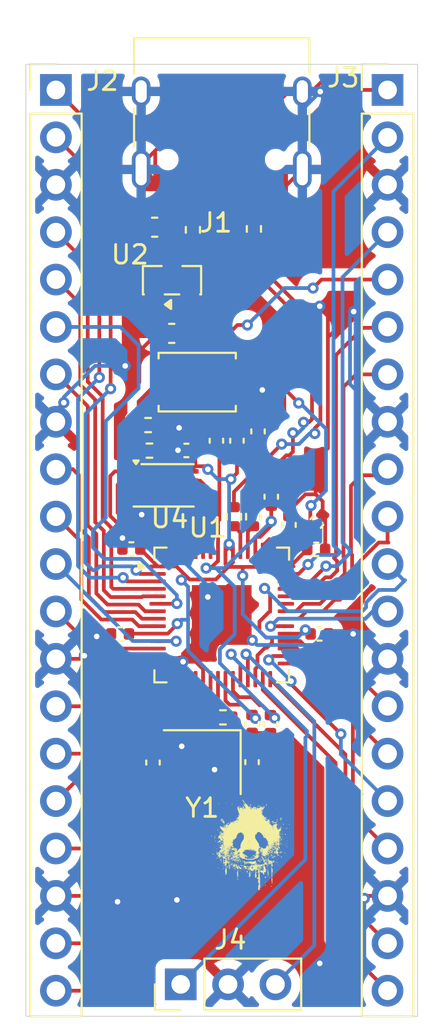
<source format=kicad_pcb>
(kicad_pcb (version 20241229) (generator "pcbnew") (generator_version "9.0")
  (layers (0 "F.Cu" signal) (2 "B.Cu" signal) (13 "F.Paste" user) (15 "B.Paste" user) (5 "F.SilkS" user "F.Silkscreen") (7 "B.SilkS" user "B.Silkscreen") (1 "F.Mask" user) (3 "B.Mask" user) (25 "Edge.Cuts" user))
  (net 0 "")
  (net 1 "+3V3")
  (net 2 "GND")
  (net 3 "+1V1")
  (net 4 "VBUS")
  (net 5 "XIN")
  (net 6 "Net-(C16-Pad2)")
  (net 7 "Net-(J1-CC1)")
  (net 8 "USB_D+")
  (net 9 "Net-(J1-CC2)")
  (net 10 "USB_D-")
  (net 11 "GPIO0")
  (net 12 "GPIO15")
  (net 13 "GPIO11")
  (net 14 "GPIO8")
  (net 15 "GPIO1")
  (net 16 "GPIO7")
  (net 17 "GPIO4")
  (net 18 "GPIO6")
  (net 19 "GPIO10")
  (net 20 "GPIO5")
  (net 21 "GPIO13")
  (net 22 "GPIO3")
  (net 23 "GPIO12")
  (net 24 "GPIO14")
  (net 25 "GPIO9")
  (net 26 "GPIO2")
  (net 27 "GPIO23")
  (net 28 "GPIO22")
  (net 29 "GPIO27_ADC1")
  (net 30 "GPIO20")
  (net 31 "GPIO16")
  (net 32 "GPIO21")
  (net 33 "GPIO29_ADC3")
  (net 34 "GPIO19")
  (net 35 "GPIO28_ADC2")
  (net 36 "GPIO26_ADC0")
  (net 37 "GPIO24")
  (net 38 "GPIO17")
  (net 39 "RUN")
  (net 40 "GPIO18")
  (net 41 "SWD")
  (net 42 "SWCLK")
  (net 43 "Net-(U1-USB_DM)")
  (net 44 "Net-(U1-USB_DP)")
  (net 45 "XOUT")
  (net 46 "QSPI_SS")
  (net 47 "Net-(R7-Pad1)")
  (net 48 "QSPI_SD0")
  (net 49 "QSPI_SD2")
  (net 51 "QSPI_SD3")
  (net 52 "QSPI_SCLK")
  (net 53 "QSPI_SD1")
  (footprint "Capacitor_SMD:C_0402_1005Metric" (layer "F.Cu") (at 188.97 92.19 -90)
    (property "Reference" "C7" (hide yes))
    (property "Value" "0.1uF")
  )
  (footprint "Capacitor_SMD:C_0402_1005Metric" (layer "F.Cu") (at 188.97 94.24 90)
    (property "Reference" "C16" (hide yes))
    (property "Value" "33pF" (hide yes))
  )
  (footprint "Capacitor_SMD:C_0402_1005Metric" (layer "F.Cu") (at 192.41 82.84)
    (property "Reference" "C8" (hide yes))
    (property "Value" "0.1uF" (hide yes))
  )
  (footprint "Button_Switch_SMD:SW_Push_SPST_NO_Alps_SKRK" (layer "F.Cu") (at 186.03 73.88 180)
    (property "Reference" "SW1" (hide yes))
    (property "Value" "SW_Push" (hide yes))
  )
  (footprint "Resistor_SMD:R_0402_1005Metric" (layer "F.Cu") (at 183.47 77.55)
    (property "Reference" "R6" (hide yes))
    (property "Value" "10K" (hide yes))
  )
  (footprint "Connector_USB:USB_C_Receptacle_HRO_TYPE-C-31-M-12" (layer "F.Cu") (at 187.345 59.355 180)
    (property "Reference" "J1")
    (property "Value" "USB_C_Receptacle_USB2.0_14P")
  )
  (footprint "Package_TO_SOT_SMD:SOT-23" (layer "F.Cu") (at 184.68 68.42 90)
    (property "Reference" "U2")
    (property "Value" "MCP1700x-330xxTT" (hide yes))
  )
  (footprint "Crystal:Crystal_SMD_3225-4Pin_3.2x2.5mm" (layer "F.Cu") (at 186.3 94.24 180)
    (property "Reference" "Y1")
    (property "Value" "12 MHz" (hide yes))
  )
  (footprint "Capacitor_SMD:C_0603_1608Metric" (layer "F.Cu") (at 183.75 65.58 180)
    (property "Reference" "C13" (hide yes))
    (property "Value" "10uF" (hide yes))
  )
  (footprint "Resistor_SMD:R_0402_1005Metric" (layer "F.Cu") (at 185.8 65.72 -90)
    (property "Reference" "R2" (hide yes))
    (property "Value" "5.1K" (hide yes))
  )
  (footprint "Capacitor_SMD:C_0402_1005Metric" (layer "F.Cu") (at 189.96 92.2 -90)
    (property "Reference" "C11" (hide yes))
    (property "Value" "0.1uF")
  )
  (footprint "Capacitor_SMD:C_0402_1005Metric" (layer "F.Cu") (at 182.5 82.82 180)
    (property "Reference" "C4" (hide yes))
    (property "Value" "0.1uF" (hide yes))
  )
  (footprint "Connector_PinHeader_2.54mm:PinHeader_1x20_P2.54mm_Vertical" (layer "F.Cu") (at 196.235 58.225)
    (property "Reference" "J3")
    (property "Value" "Conn_01x20" (hide yes))
  )
  (footprint "Resistor_SMD:R_0402_1005Metric" (layer "F.Cu") (at 183.4 76.18)
    (property "Reference" "R7" (hide yes))
    (property "Value" "1K" (hide yes))
  )
  (footprint "Resistor_SMD:R_0402_1005Metric" (layer "F.Cu") (at 189.03 81.09 -90)
    (property "Reference" "R3" (hide yes))
    (property "Value" "27" (hide yes))
  )
  (footprint "Connector_PinHeader_2.54mm:PinHeader_1x03_P2.54mm_Vertical" (layer "F.Cu") (at 185.145 106.145 90)
    (property "Reference" "J4")
    (property "Value" "Conn_01x03" (hide yes))
  )
  (footprint "Capacitor_SMD:C_0402_1005Metric" (layer "F.Cu") (at 190 80.02 90)
    (property "Reference" "C12" (hide yes))
    (property "Value" "0.1uF" (hide yes))
  )
  (footprint "Capacitor_SMD:C_0402_1005Metric" (layer "F.Cu") (at 192.448538 81.372299 50)
    (property "Reference" "C1" (hide yes))
    (property "Value" "1uF" (hide yes))
  )
  (footprint "Capacitor_SMD:C_0402_1005Metric" (layer "F.Cu") (at 187.06 77.02 90)
    (property "Reference" "C10" (hide yes))
    (property "Value" "1uF" (hide yes))
  )
  (footprint "Capacitor_SMD:C_0402_1005Metric" (layer "F.Cu") (at 190.95 81.53 90)
    (property "Reference" "C5" (hide yes))
    (property "Value" "0.1uF" (hide yes))
  )
  (footprint "Capacitor_SMD:C_0402_1005Metric" (layer "F.Cu") (at 183.66 94.26 -90)
    (property "Reference" "C15" (hide yes))
    (property "Value" "33pF" (hide yes))
  )
  (footprint "Package_SON:Winbond_USON-8-1EP_3x2mm_P0.5mm_EP0.2x1.6mm" (layer "F.Cu") (at 184.23 79.41)
    (property "Reference" "U4")
    (property "Value" "W25Q16JVZPIQ TR")
  )
  (footprint "Resistor_SMD:R_0402_1005Metric" (layer "F.Cu") (at 187.41 91.84 180)
    (property "Reference" "R5" (hide yes))
    (property "Value" "1K")
  )
  (footprint "Resistor_SMD:R_0402_1005Metric" (layer "F.Cu") (at 189.07 65.67 -90)
    (property "Reference" "R1" (hide yes))
    (property "Value" "5.1K" (hide yes))
  )
  (footprint "Resistor_SMD:R_0402_1005Metric" (layer "F.Cu") (at 188 81.09 -90)
    (property "Reference" "R4" (hide yes))
    (property "Value" "27" (hide yes))
  )
  (footprint "Capacitor_SMD:C_0402_1005Metric" (layer "F.Cu") (at 181.89 87.37 180)
    (property "Reference" "C3" (hide yes))
    (property "Value" "0.1uF" (hide yes))
  )
  (footprint "Capacitor_SMD:C_0603_1608Metric" (layer "F.Cu") (at 184.665 71.2675 180)
    (property "Reference" "C14" (hide yes))
    (property "Value" "10uF" (hide yes))
  )
  (footprint "Package_DFN_QFN:QFN-56-1EP_7x7mm_P0.4mm_EP3.2x3.2mm" (layer "F.Cu") (at 187.345 86.355)
    (property "Reference" "U1")
    (property "Value" "RP2040")
  )
  (footprint "Pictures:panda1" (layer "F.Cu") (at 188.85 98.54)
    (property "Reference" "G***" (hide yes))
    (property "Value" "LOGO" (hide yes))
  )
  (footprint "Capacitor_SMD:C_0402_1005Metric" (layer "F.Cu") (at 192.59 87.37)
    (property "Reference" "C9" (hide yes))
    (property "Value" "0.1uF" (hide yes))
  )
  (footprint "Capacitor_SMD:C_0402_1005Metric" (layer "F.Cu") (at 185.45 77.54 180)
    (property "Reference" "C2" (hide yes))
    (property "Value" "0.1uF" (hide yes))
  )
  (footprint "Connector_PinHeader_2.54mm:PinHeader_1x20_P2.54mm_Vertical" (layer "F.Cu") (at 178.455 58.225)
    (property "Reference" "J2")
    (property "Value" "Conn_01x20" (hide yes))
  )
  (footprint "Capacitor_SMD:C_0402_1005Metric" (layer "F.Cu") (at 189.29 76.52 90)
    (property "Reference" "C17" (hide yes))
    (property "Value" "0.1uF" (hide yes))
  )
  (footprint "Capacitor_SMD:C_0402_1005Metric" (layer "F.Cu") (at 188.16 77.02 90)
    (property "Reference" "C6" (hide yes))
    (property "Value" "0.1uF" (hide yes))
  )
  (gr_rect (start 176.845 56.855) (end 197.845 107.855) (stroke (width 0.05)) (fill no) (layer "Edge.Cuts"))
  (segment (start 187.7 83.78) (end 188.45 83.78) (width 0.2) (layer "F.Cu") (net 1))
  (segment (start 188.97 91.71) (end 188.97033 91.71) (width 0.2) (layer "F.Cu") (net 1))
  (segment (start 187.545 89.7925) (end 187.545 90.945) (width 0.2) (layer "F.Cu") (net 1))
  (segment (start 184.96 86.850057) (end 184.96 86.82) (width 0.2) (layer "F.Cu") (net 1))
  (segment (start 187.7 83.78) (end 187.545 83.625) (width 0.2) (layer "F.Cu") (net 1))
  (segment (start 192.093658 80.528107) (end 192.093658 81.693658) (width 0.2) (layer "F.Cu") (net 1))
  (segment (start 187.76 91.16) (end 187.546 90.946) (width 0.2) (layer "F.Cu") (net 1))
  (segment (start 184.455057 87.355) (end 184.96 86.850057) (width 0.2) (layer "F.Cu") (net 1))
  (segment (start 185.93 77.54) (end 185.93 78.385) (width 0.2) (layer "F.Cu") (net 1))
  (segment (start 188.97 91.71) (end 188.42 91.16) (width 0.2) (layer "F.Cu") (net 1))
  (segment (start 187.545 83.625) (end 187.545 82.9175) (width 0.2) (layer "F.Cu") (net 1))
  (segment (start 188.47 83.8) (end 188.45 83.78) (width 0.2) (layer "F.Cu") (net 1))
  (segment (start 190.7825 87.355) (end 192.095 87.355) (width 0.2) (layer "F.Cu") (net 1))
  (segment (start 189.84 83.71) (end 189.945 83.605) (width 0.2) (layer "F.Cu") (net 1))
  (segment (start 191.93 82.84) (end 191.93 81.95) (width 0.2) (layer "F.Cu") (net 1))
  (segment (start 185.397214 84.232786) (end 184.918429 83.754) (width 0.2) (layer "F.Cu") (net 1))
  (segment (start 196.235 68.385) (end 192.695 68.385) (width 0.2) (layer "F.Cu") (net 1))
  (segment (start 189.945 82.9175) (end 189.945 82.335) (width 0.2) (layer "F.Cu") (net 1))
  (segment (start 190.7 74.23) (end 191.47 75) (width 0.2) (layer "F.Cu") (net 1))
  (segment (start 187.026 84.454) (end 187.7 83.78) (width 0.2) (layer "F.Cu") (net 1))
  (segment (start 183.9075 87.355) (end 184.455057 87.355) (width 0.2) (layer "F.Cu") (net 1))
  (segment (start 192.093658 81.693658) (end 192.14 81.74) (width 0.2) (layer "F.Cu") (net 1))
  (segment (start 188.72 70.82) (end 188.185 70.82) (width 0.2) (layer "F.Cu") (net 1))
  (segment (start 188.16 77.5) (end 188.16 78.75147) (width 0.2) (layer "F.Cu") (net 1))
  (segment (start 187.7 83.78) (end 187.945 83.535) (width 0.2) (layer "F.Cu") (net 1))
  (segment (start 187.745 82.7175) (end 187.945 82.9175) (width 0.2) (layer "F.Cu") (net 1))
  (segment (start 190.7825 83.755) (end 191.195 83.755) (width 0.2) (layer "F.Cu") (net 1))
  (segment (start 192.695 68.385) (end 192.24 68.84) (width 0.2) (layer "F.Cu") (net 1))
  (segment (start 187.745 82.552076) (end 187.745 82.7175) (width 0.2) (layer "F.Cu") (net 1))
  (segment (start 188.185 70.82) (end 187.7375 71.2675) (width 0.2) (layer "F.Cu") (net 1))
  (segment (start 185.618429 84.454) (end 187.026 84.454) (width 0.2) (layer "F.Cu") (net 1))
  (segment (start 184.601 76.929) (end 185.319 76.929) (width 0.2) (layer "F.Cu") (net 1))
  (segment (start 189.84 83.71) (end 189.545 83.415) (width 0.2) (layer "F.Cu") (net 1))
  (segment (start 189.945 82.335) (end 190.625 82.335) (width 0.2) (layer "F.Cu") (net 1))
  (segment (start 189.945 82.335) (end 189.9 82.29) (width 0.2) (layer "F.Cu") (net 1))
  (segment (start 188.66 77) (end 188.16 77.5) (width 0.2) (layer "F.Cu") (net 1))
  (segment (start 185.93 78.385) (end 185.655 78.66) (width 0.2) (layer "F.Cu") (net 1))
  (segment (start 189.945 83.605) (end 189.945 82.9175) (width 0.2) (layer "F.Cu") (net 1))
  (segment (start 185.44 71.2675) (end 187.7375 71.2675) (width 0.2) (layer "F.Cu") (net 1))
  (segment (start 185.489586 84.325157) (end 185.618429 84.454) (width 0.2) (layer "F.Cu") (net 1))
  (segment (start 183.9075 87.355) (end 182.385 87.355) (width 0.2) (layer "F.Cu") (net 1))
  (segment (start 185.489586 84.325157) (end 185.397214 84.232786) (width 0.2) (layer "F.Cu") (net 1))
  (segment (start 182.385 87.355) (end 182.37 87.37) (width 0.2) (layer "F.Cu") (net 1))
  (segment (start 186.6 78.55) (end 186.435 78.385) (width 0.2) (layer "F.Cu") (net 1))
  (segment (start 192.11 87.37) (end 192.045 87.37) (width 0.2) (layer "F.Cu") (net 1))
  (segment (start 189.866 83.754) (end 190.7825 83.754) (width 0.2) (layer "F.Cu") (net 1))
  (segment (start 190.7 75.59) (end 189.29 77) (width 0.2) (layer "F.Cu") (net 1))
  (segment (start 188.16 78.75147) (end 187.835735 79.075735) (width 0.2) (layer "F.Cu") (net 1))
  (segment (start 187.745 82.7175) (end 187.545 82.9175) (width 0.2) (layer "F.Cu") (net 1))
  (segment (start 189.84 83.78) (end 189.866 83.754) (width 0.2) (layer "F.Cu") (net 1))
  (segment (start 183.9075 83.7475) (end 182.98 82.82) (width 0.2) (layer "F.Cu") (net 1))
  (segment (start 191.015 83.755) (end 191.93 82.84) (width 0.2) (layer "F.Cu") (net 1))
  (segment (start 186.435 78.385) (end 185.93 78.385) (width 0.2) (layer "F.Cu") (net 1))
  (segment (start 183.9075 83.755) (end 183.9075 83.7475) (width 0.2) (layer "F.Cu") (net 1))
  (segment (start 189.545 82.9175) (end 189.545 82.645) (width 0.2) (layer "F.Cu") (net 1))
  (segment (start 184.918429 83.754) (end 184.0736 83.754) (width 0.2) (layer "F.Cu") (net 1))
  (segment (start 185.397214 84.262786) (end 185.18 84.48) (width 0.2) (layer "F.Cu") (net 1))
  (segment (start 192.045 87.37) (end 191.83 87.155) (width 0.2) (layer "F.Cu") (net 1))
  (segment (start 190.7 74.23) (end 190.7 75.59) (width 0.2) (layer "F.Cu") (net 1))
  (segment (start 183.98 77.55) (end 184.601 76.929) (width 0.2) (layer "F.Cu") (net 1))
  (segment (start 189.29 77) (end 188.66 77) (width 0.2) (layer "F.Cu") (net 1))
  (segment (start 188.97033 91.71) (end 189.150261 91.889931) (width 0.2) (layer "F.Cu") (net 1))
  (segment (start 191.93 81.95) (end 192.14 81.74) (width 0.2) (layer "F.Cu") (net 1))
  (segment (start 185.397214 84.232786) (end 185.397214 84.262786) (width 0.2) (layer "F.Cu") (net 1))
  (segment (start 188.42 91.16) (end 187.76 91.16) (width 0.2) (layer "F.Cu") (net 1))
  (segment (start 192.095 87.355) (end 192.11 87.37) (width 0.2) (layer "F.Cu") (net 1))
  (segment (start 190.625 82.335) (end 190.95 82.01) (width 0.2) (layer "F.Cu") (net 1))
  (segment (start 190.7825 83.755) (end 191.015 83.755) (width 0.2) (layer "F.Cu") (net 1))
  (segment (start 185.44 71.2675) (end 185.44 69.5475) (width 0.2) (layer "F.Cu") (net 1))
  (segment (start 190.95 82.01) (end 191.87 82.01) (width 0.2) (layer "F.Cu") (net 1))
  (segment (start 189.84 83.78) (end 189.84 83.71) (width 0.2) (layer "F.Cu") (net 1))
  (segment (start 189.545 83.415) (end 189.545 82.9175) (width 0.2) (layer "F.Cu") (net 1))
  (segment (start 187.945 83.535) (end 187.945 82.9175) (width 0.2) (layer "F.Cu") (net 1))
  (segment (start 192.130085 80.49168) (end 192.093658 80.528107) (width 0.2) (layer "F.Cu") (net 1))
  (segment (start 191.87 82.01) (end 192.14 81.74) (width 0.2) (layer "F.Cu") (net 1))
  (segment (start 187.7375 71.2675) (end 190.7 74.23) (width 0.2) (layer "F.Cu") (net 1))
  (segment (start 185.44 69.5475) (end 185.63 69.3575) (width 0.2) (layer "F.Cu") (net 1))
  (segment (start 188.47 84.254998) (end 188.47 83.8) (width 0.2) (layer "F.Cu") (net 1))
  (segment (start 189.545 82.645) (end 189.9 82.29) (width 0.2) (layer "F.Cu") (net 1))
  (segment (start 185.319 76.929) (end 185.93 77.54) (width 0.2) (layer "F.Cu") (net 1))
  (segment (start 188.45 83.78) (end 189.84 83.78) (width 0.2) (layer "F.Cu") (net 1))
  (via (at 188.72 70.82) (size 0.6) (drill 0.3) (layers "F.Cu" "B.Cu") (net 1))
  (via (at 187.835735 79.075735) (size 0.6) (drill 0.3) (layers "F.Cu" "B.Cu") (net 1))
  (via (at 184.96 86.82) (size 0.6) (drill 0.3) (layers "F.Cu" "B.Cu") (net 1))
  (via (at 192.24 68.84) (size 0.6) (drill 0.3) (layers "F.Cu" "B.Cu") (net 1))
  (via (at 191.47 75) (size 0.6) (drill 0.3) (layers "F.Cu" "B.Cu") (net 1))
  (via (at 191.83 87.155) (size 0.6) (drill 0.3) (layers "F.Cu" "B.Cu") (net 1))
  (via (at 186.6 78.55) (size 0.6) (drill 0.3) (layers "F.Cu" "B.Cu") (net 1))
  (via (at 188.47 84.254998) (size 0.6) (drill 0.3) (layers "F.Cu" "B.Cu") (net 1))
  (via (at 187.745 82.552076) (size 0.6) (drill 0.3) (layers "F.Cu" "B.Cu") (net 1))
  (via (at 189.150261 91.889931) (size 0.6) (drill 0.3) (layers "F.Cu" "B.Cu") (net 1))
  (via (at 185.18 84.48) (size 0.6) (drill 0.3) (layers "F.Cu" "B.Cu") (net 1))
  (via (at 192.130085 80.49168) (size 0.6) (drill 0.3) (layers "F.Cu" "B.Cu") (net 1))
  (segment (start 191.550086 75) (end 192.934275 76.384189) (width 0.2) (layer "B.Cu") (net 1))
  (segment (start 187.835735 79.075735) (end 187.125735 79.075735) (width 0.2) (layer "B.Cu") (net 1))
  (segment (start 185.541 84.841) (end 185.18 84.48) (width 0.2) (layer "B.Cu") (net 1))
  (segment (start 187.74 79.17147) (end 187.74 82.547076) (width 0.2) (layer "B.Cu") (net 1))
  (segment (start 189.150261 91.889931) (end 185.541 88.28067) (width 0.2) (layer "B.Cu") (net 1))
  (segment (start 185.541 86.61) (end 185.17 86.61) (width 0.2) (layer "B.Cu") (net 1))
  (segment (start 192.934275 79.68749) (end 192.130085 80.49168) (width 0.2) (layer "B.Cu") (net 1))
  (segment (start 185.541 88.28067) (end 185.541 86.61) (width 0.2) (layer "B.Cu") (net 1))
  (segment (start 188.47 86.313001) (end 188.47 84.254998) (width 0.2) (layer "B.Cu") (net 1))
  (segment (start 185.17 86.61) (end 184.96 86.82) (width 0.2) (layer "B.Cu") (net 1))
  (segment (start 189.717374 87.560375) (end 188.47 86.313001) (width 0.2) (layer "B.Cu") (net 1))
  (segment (start 192.934275 76.384189) (end 192.934275 79.68749) (width 0.2) (layer "B.Cu") (net 1))
  (segment (start 191.424625 87.560375) (end 189.717374 87.560375) (width 0.2) (layer "B.Cu") (net 1))
  (segment (start 191.83 87.155) (end 191.424625 87.560375) (width 0.2) (layer "B.Cu") (net 1))
  (segment (start 190.7 68.84) (end 188.72 70.82) (width 0.2) (layer "B.Cu") (net 1))
  (segment (start 192.24 68.84) (end 190.7 68.84) (width 0.2) (layer "B.Cu") (net 1))
  (segment (start 191.47 75) (end 191.550086 75) (width 0.2) (layer "B.Cu") (net 1))
  (segment (start 187.125735 79.075735) (end 186.6 78.55) (width 0.2) (layer "B.Cu") (net 1))
  (segment (start 187.74 82.547076) (end 187.745 82.552076) (width 0.2) (layer "B.Cu") (net 1))
  (segment (start 187.835735 79.075735) (end 187.74 79.17147) (width 0.2) (layer "B.Cu") (net 1))
  (segment (start 185.541 86.61) (end 185.541 84.841) (width 0.2) (layer "B.Cu") (net 1))
  (segment (start 184.095 63.4) (end 183.94 63.4) (width 0.2) (layer "F.Cu") (net 2))
  (segment (start 184.095 63.4) (end 184.095 64.46) (width 0.2) (layer "F.Cu") (net 2))
  (segment (start 183.73 71.1075) (end 183.89 71.2675) (width 0.2) (layer "F.Cu") (net 2))
  (segment (start 188.61 107.07) (end 188.9 107.07) (width 0.2) (layer "F.Cu") (net 2))
  (segment (start 178.455 76.005) (end 178.455 75.405) (width 0.2) (layer "F.Cu") (net 2))
  (segment (start 187.345 86.135) (end 186.6 85.39) (width 0.2) (layer "F.Cu") (net 2))
  (segment (start 181.41 87.37) (end 180.775 87.37) (width 0.2) (layer "F.Cu") (net 2))
  (segment (start 182.805 80.16) (end 182.805 80.731185) (width 0.2) (layer "F.Cu") (net 2))
  (segment (start 183.66 93.78) (end 184.81 93.78) (width 0.2) (layer "F.Cu") (net 2))
  (segment (start 184.989 77.54) (end 185 77.529) (width 0.2) (layer "F.Cu") (net 2))
  (segment (start 192.45 78.005725) (end 193.036 77.419725) (width 0.2) (layer "F.Cu") (net 2))
  (segment (start 196.235 101.405) (end 195.125 101.405) (width 0.2) (layer "F.Cu") (net 2))
  (segment (start 190.95 81.05) (end 190.95 79.89) (width 0.2) (layer "F.Cu") (net 2))
  (segment (start 190.75 63.4) (end 191.665 62.485) (width 0.2) (layer "F.Cu") (net 2))
  (segment (start 182.024 82.816) (end 182.02 82.82) (width 0.2) (layer "F.Cu") (net 2))
  (segment (start 190.31 94.72) (end 190.36 94.67) (width 0.2) (layer "F.Cu") (net 2))
  (segment (start 196.235 101.405) (end 195.44 100.61) (width 0.2) (layer "F.Cu") (net 2))
  (segment (start 185.272028 88.860226) (end 185.948 88.860226) (width 0.2) (layer "F.Cu") (net 2))
  (segment (start 192.379028 78.850972) (end 192.45 78.78) (width 0.2) (layer "F.Cu") (net 2))
  (segment (start 181.76 101.72) (end 181.445 101.405) (width 0.2) (layer "F.Cu") (net 2))
  (segment (start 195.125 101.405) (end 194.99 101.54) (width 0.2) (layer "F.Cu") (net 2))
  (segment (start 189.87 59.38) (end 185.88 59.38) (width 0.2) (layer "F.Cu") (net 2))
  (segment (start 188.7 87.71) (end 187.345 86.355) (width 0.2) (layer "F.Cu") (net 2))
  (segment (start 189.96 92.68) (end 190.96 93.68) (width 0.2) (layer "F.Cu") (net 2))
  (segment (start 180.775 87.37) (end 180.641765 87.503235) (width 0.2) (layer "F.Cu") (net 2))
  (segment (start 185.47 101.09) (end 184.94 101.62) (width 0.2) (layer "F.Cu") (net 2))
  (segment (start 190.595 63.4) (end 190.75 63.4) (width 0.2) (layer "F.Cu") (net 2))
  (segment (start 191.665 58.305) (end 192.175 58.305) (width 0.2) (layer "F.Cu") (net 2))
  (segment (start 191.41 103.83) (end 190 103.83) (width 0.2) (layer "F.Cu") (net 2))
  (segment (start 185.948 88.860226) (end 186.345 89.257226) (width 0.2) (layer "F.Cu") (net 2))
  (segment (start 186.79 101.16) (end 186.72 101.09) (width 0.2) (layer "F.Cu") (net 2))
  (segment (start 187.77 94.72) (end 187.4 95.09) (width 0.2) (layer "F.Cu") (net 2))
  (segment (start 182.17 72.9875) (end 183.89 71.2675) (width 0.2) (layer "F.Cu") (net 2))
  (segment (start 185.8 67.808032) (end 185.8 66.23) (width 0.2) (layer "F.Cu") (net 2))
  (segment (start 196.235 101.405) (end 197.1 102.27) (width 0.2) (layer "F.Cu") (net 2))
  (segment (start 188.97 94.72) (end 190.31 94.72) (width 0.2) (layer "F.Cu") (net 2))
  (segment (start 191.665 58.305) (end 183.025 58.305) (width 0.2) (layer "F.Cu") (net 2))
  (segment (start 183.94 63.4) (end 183.025 62.485) (width 0.2) (layer "F.Cu") (net 2))
  (segment (start 195.44 100.61) (end 195.44 100.44) (width 0.2) (layer "F.Cu") (net 2))
  (segment (start 193.036 71.484) (end 194.42 70.1) (width 0.2) (layer "F.Cu") (net 2))
  (segment (start 181.445 101.405) (end 178.455 101.405) (width 0.2) (layer "F.Cu") (net 2))
  (segment (start 189.52 74.3) (end 188.55 74.3) (width 0.2) (layer "F.Cu") (net 2))
  (segment (start 182.17 73.01) (end 182.17 72.9875) (width 0.2) (layer "F.Cu") (net 2))
  (segment (start 190.945 58.305) (end 189.87 59.38) (width 0.2) (layer "F.Cu") (net 2))
  (segment (start 183.89 71.2675) (end 183.89 71.22) (width 0.2) (layer "F.Cu") (net 2))
  (segment (start 184.095 64.46) (end 182.975 65.58) (width 0.2) (layer "F.Cu") (net 2))
  (segment (start 191.829321 79.89068) (end 190.95 80.770001) (width 0.2) (layer "F.Cu") (net 2))
  (segment (start 187.685 106.145) (end 186.79 105.25) (width 0.2) (layer "F.Cu") (net 2))
  (segment (start 190.95 79.89) (end 190.6 79.54) (width 0.2) (layer "F.Cu") (net 2))
  (segment (start 192.379028 79.89068) (end 191.829321 79.89068) (width 0.2) (layer "F.Cu") (net 2))
  (segment (start 188.98 87.71) (end 188.7 87.71) (width 0.2) (layer "F.Cu") (net 2))
  (segment (start 194.9 87.37) (end 196.235 88.705) (width 0.2) (layer "F.Cu") (net 2))
  (segment (start 186.345 89.257226) (end 186.345 89.7925) (width 0.2) (layer "F.Cu") (net 2))
  (segment (start 192.89 82.84) (end 192.89 81.137522) (width 0.2) (layer "F.Cu") (net 2))
  (segment (start 179.8116 88.705) (end 179.979035 88.537565) (width 0.2) (layer "F.Cu") (net 2))
  (segment (start 184.365 60.895) (end 183.779 61.481) (width 0.2) (layer "F.Cu") (net 2))
  (segment (start 192.45 78.78) (end 192.45 78.005725) (width 0.2) (layer "F.Cu") (net 2))
  (segment (start 188.97 94.72) (end 188.97 95.99) (width 0.2) (layer "F.Cu") (net 2))
  (segment (start 178.455 88.705) (end 179.8116 88.705) (width 0.2) (layer "F.Cu") (net 2))
  (segment (start 189.96 92.68) (end 188.98 92.68) (width 0.2) (layer "F.Cu") (net 2))
  (segment (start 192.615 58.305) (end 192.627739 58.317739) (width 0.2) (layer "F.Cu") (net 2))
  (segment (start 192.175 58.305) (end 192.81 57.67) (width 0.2) (layer "F.Cu") (net 2))
  (segment (start 186.72 101.09) (end 185.47 101.09) (width 0.2) (layer "F.Cu") (net 2))
  (segment (start 178.455 75.405) (end 178.88 74.98) (width 0.2) (layer "F.Cu") (net 2))
  (segment (start 187.4 95.08) (end 186.96 94.64) (width 0.2) (layer "F.Cu") (net 2))
  (segment (start 193.036 71.484) (end 193.036 70.246) (width 0.2) (layer "F.Cu") (net 2))
  (segment (start 192.379028 79.89068) (end 192.379028 78.850972) (width 0.2) (layer "F.Cu") (net 2))
  (segment (start 192.757076 80.268728) (end 192.379028 79.89068) (width 0.2) (layer "F.Cu") (net 2))
  (segment (start 197.1 102.27) (end 197.1 102.35) (width 0.2) (layer "F.Cu") (net 2))
  (segment (start 189.29 75.38) (end 189.4 75.27) (width 0.2) (layer "F.Cu") (net 2))
  (segment (start 190.6 79.54) (end 190 79.54) (width 0.2) (layer "F.Cu") (net 2))
  (segment (start 190 103.83) (end 187.685 106.145) (width 0.2) (layer "F.Cu") (net 2))
  (segment (start 193.07 87.37) (end 194.9 87.37) (width 0.2) (layer "F.Cu") (net 2))
  (segment (start 190.96 93.76) (end 190.95 93.77) (width 0.2) (layer "F.Cu") (net 2))
  (segment (start 191.665 58.305) (end 192.615 58.305) (width 0.2) (layer "F.Cu") (net 2))
  (segment (start 189.07 66.18) (end 190.595 64.655) (width 0.2) (layer "F.Cu") (net 2))
  (segment (start 189.29 76.04) (end 189.29 75.38) (width 0.2) (layer "F.Cu") (net 2))
  (segment (start 193.036 77.419725) (end 193.036 71.484) (width 0.2) (layer "F.Cu") (net 2))
  (segment (start 190 103.83) (end 190 102.76) (width 0.2) (layer "F.Cu") (net 2))
  (segment (start 197.1 100.54) (end 197.1 100.51) (width 0.2) (layer "F.Cu") (net 2))
  (segment (start 196.235 63.305) (end 193.36 66.18) (width 0.2) (layer "F.Cu") (net 2))
  (segment (start 182.805 80.731185) (end 183.052815 80.979) (width 0.2) (layer "F.Cu") (net 2))
  (segment (start 185.272028 88.860226) (end 185.272028 88.427972) (width 0.2) (layer "F.Cu") (net 2))
  (segment (start 185.06 76.329) (end 185.06 76.2) (width 0.2) (layer "F.Cu") (net 2))
  (segment (start 185.272028 88.427972) (end 187.345 86.355) (width 0.2) (layer "F.Cu") (net 2))
  (segment (start 182.024 82.232527) (end 182.024 82.816) (width 0.2) (layer "F.Cu") (net 2))
  (segment (start 188.97 95.99) (end 188.96 96) (width 0.2) (layer "F.Cu") (net 2))
  (segment (start 190.595 64.655) (end 190.595 63.4) (width 0.2) (layer "F.Cu") (net 2))
  (segment (start 187.4 95.09) (end 187.4 95.08) (width 0.2) (layer "F.Cu") (net 2))
  (segment (start 192.89 81.137522) (end 192.757076 81.004598) (width 0.2) (layer "F.Cu") (net 2))
  (segment (start 192.6 105.02) (end 191.41 103.83) (width 0.2) (layer "F.Cu") (net 2))
  (segment (start 188.98 92.68) (end 188.97 92.67) (width 0.2) (layer "F.Cu") (net 2))
  (segment (start 196.235 101.405) (end 197.1 100.54) (width 0.2) (layer "F.Cu") (net 2))
  (segment (start 183.025 62.33) (end 183.025 58.305) (width 0.2) (layer "F.Cu") (net 2))
  (segment (start 183.779 63.084) (end 184.095 63.4) (width 0.2) (layer "F.Cu") (net 2))
  (segment (start 187.685 106.145) (end 188.61 107.07) (width 0.2) (layer "F.Cu") (net 2))
  (segment (start 184.095 63.4) (end 183.025 62.33) (width 0.2) (layer "F.Cu") (net 2))
  (segment (start 190 102.76) (end 188.33 101.09) (width 0.2) (layer "F.Cu") (net 2))
  (segment (start 187.345 86.355) (end 187.345 86.135) (width 0.2) (layer "F.Cu") (net 2))
  (segment (start 184.365 60.895) (end 183.025 62.235) (width 0.2) (layer "F.Cu") (net 2))
  (segment (start 192.757076 81.004598) (end 192.757076 80.268728) (width 0.2) (layer "F.Cu") (net 2))
  (segment (start 188.97 94.72) (end 187.77 94.72) (width 0.2) (layer "F.Cu") (net 2))
  (segment (start 185.2 92.9) (end 185.2 93.39) (width 0.2) (layer "F.Cu") (net 2))
  (segment (start 190.95 80.770001) (end 190.95 81.05) (width 0.2) (layer "F.Cu") (net 2))
  (segment (start 186.85 106.98) (end 186.82 106.98) (width 0.2) (layer "F.Cu") (net 2))
  (segment (start 183.779 61.481) (end 183.779 63.084) (width 0.2) (layer "F.Cu") (net 2))
  (segment (start 185.88 59.38) (end 184.365 60.895) (width 0.2) (layer "F.Cu") (net 2))
  (segment (start 193.036 70.246) (end 192.6 69.81) (width 0.2) (layer "F.Cu") (net 2))
  (segment (start 185.06 76.2) (end 185.34 75.92) (width 0.2) (layer "F.Cu") (net 2))
  (segment (start 187.685 106.145) (end 186.85 106.98) (width 0.2) (layer "F.Cu") (net 2))
  (segment (start 184.97 77.54) (end 184.989 77.54) (width 0.2) (layer "F.Cu") (net 2))
  (segment (start 186.79 105.25) (end 186.79 101.16) (width 0.2) (layer "F.Cu") (net 2))
  (segment (start 191.665 58.305) (end 190.945 58.305) (width 0.2) (layer "F.Cu") (net 2))
  (segment (start 193.36 66.18) (end 189.07 66.18) (width 0.2) (layer "F.Cu") (net 2))
  (segment (start 188.33 101.09) (end 186.72 101.09) (width 0.2) (layer "F.Cu") (net 2))
  (segment (start 188.66 76.04) (end 188.16 76.54) (width 0.2) (layer "F.Cu") (net 2))
  (segment (start 189.29 76.04) (end 188.66 76.04) (width 0.2) (layer "F.Cu") (net 2))
  (segment (start 184.250532 69.3575) (end 185.8 67.808032) (width 0.2) (layer "F.Cu") (net 2))
  (segment (start 183.025 62.235) (end 183.025 62.485) (width 0.2) (layer "F.Cu") (net 2))
  (segment (start 184.81 93.78) (end 185.2 93.39) (width 0.2) (layer "F.Cu") (net 2))
  (segment (start 183.73 69.3575) (end 184.250532 69.3575) (width 0.2) (layer "F.Cu") (net 2))
  (segment (start 188.55 74.3) (end 188.13 73.88) (width 0.2) (layer "F.Cu") (net 2))
  (via (at 192.6 105.02) (size 0.6) (drill 0.3) (layers "F.Cu" "B.Cu") (net 2))
  (via (at 192.6 69.81) (size 0.6) (drill 0.3) (layers "F.Cu" "B.Cu") (net 2))
  (via (at 179.979035 88.537565) (size 0.6) (drill 0.3) (layers "F.Cu" "B.Cu") (net 2))
  (via (at 185.2 93.39) (size 0.6) (drill 0.3) (layers "F.Cu" "B.Cu") (net 2))
  (via (at 189.52 74.3) (size 0.6) (drill 0.3) (layers "F.Cu" "B.Cu") (net 2))
  (via (at 192.627739 58.317739) (size 0.6) (drill 0.3) (layers "F.Cu" "B.Cu") (net 2))
  (via (at 178.88 74.98) (size 0.6) (drill 0.3) (layers "F.Cu" "B.Cu") (net 2))
  (via (at 194.42 70.1) (size 0.6) (drill 0.3) (layers "F.Cu" "B.Cu") (net 2))
  (via (at 183.052815 80.979) (size 0.6) (drill 0.3) (layers "F.Cu" "B.Cu") (net 2))
  (via (at 185.272028 88.860226) (size 0.6) (drill 0.3) (layers "F.Cu" "B.Cu") (net 2))
  (via (at 185 77.529) (size 0.6) (drill 0.3) (layers "F.Cu" "B.Cu") (net 2))
  (via (at 182.024 82.232527) (size 0.6) (drill 0.3) (layers "F.Cu" "B.Cu") (net 2))
  (via (at 180.641765 87.503235) (size 0.6) (drill 0.3) (layers "F.Cu" "B.Cu") (net 2))
  (via (at 194.99 101.54) (size 0.6) (drill 0.3) (layers "F.Cu" "B.Cu") (net 2))
  (via (at 181.76 101.72) (size 0.6) (drill 0.3) (layers "F.Cu" "B.Cu") (net 2))
  (via (at 188.98 87.71) (size 0.6) (drill 0.3) (layers "F.Cu" "B.Cu") (net 2))
  (via (at 184.94 101.62) (size 0.6) (drill 0.3) (layers "F.Cu" "B.Cu") (net 2))
  (via (at 194.39 87.37) (size 0.6) (drill 0.3) (layers "F.Cu" "B.Cu") (net 2))
  (via (at 186.96 94.64) (size 0.6) (drill 0.3) (layers "F.Cu" "B.Cu") (net 2))
  (via (at 186.6 85.39) (size 0.6) (drill 0.3) (layers "F.Cu" "B.Cu") (net 2))
  (via (at 182.17 73.01) (size 0.6) (drill 0.3) (layers "F.Cu" "B.Cu") (net 2))
  (via (at 185.06 76.329) (size 0.6) (drill 0.3) (layers "F.Cu" "B.Cu") (net 2))
  (segment (start 189.231375 87.961375) (end 188.98 87.71) (width 0.2) (layer "B.Cu") (net 2))
  (segment (start 185 77.529) (end 185 76.389) (width 0.2) (layer "B.Cu") (net 2))
  (segment (start 185.2 88.932254) (end 185.272028 88.860226) (width 0.2) (layer "B.Cu") (net 2))
  (segment (start 193.798625 87.961375) (end 189.231375 87.961375) (width 0.2) (layer "B.Cu") (net 2))
  (segment (start 186.96 94.64) (end 186.45 94.64) (width 0.2) (layer "B.Cu") (net 2))
  (segment (start 180.59 87.555) (end 180.641765 87.503235) (width 0.2) (layer "B.Cu") (net 2))
  (segment (start 185 76.389) (end 185.06 76.329) (width 0.2) (layer "B.Cu") (net 2))
  (segment (start 184.94 101.62) (end 181.86 101.62) (width 0.2) (layer "B.Cu") (net 2))
  (segment (start 193.3 105.72) (end 192.6 105.02) (width 0.2) (layer "B.Cu") (net 2))
  (segment (start 186.6 84.78762) (end 183.052815 81.240435) (width 0.2) (layer "B.Cu") (net 2))
  (segment (start 183.052815 81.203712) (end 182.024 82.232527) (width 0.2) (layer "B.Cu") (net 2))
  (segment (start 194.99 105.37) (end 194.64 105.72) (width 0.2) (layer "B.Cu") (net 2))
  (segment (start 183.052815 80.979) (end 183.052815 81.203712) (width 0.2) (layer "B.Cu") (net 2))
  (segment (start 185.2 93.39) (end 185.2 88.932254) (width 0.2) (layer "B.Cu") (net 2))
  (segment (start 180.551057 73.01) (end 182.17 73.01) (width 0.2) (layer "B.Cu") (net 2))
  (segment (start 192.6 71.22) (end 189.52 74.3) (width 0.2) (layer "B.Cu") (net 2))
  (segment (start 194.221 70.299) (end 194.221 73.991) (width 0.2) (layer "B.Cu") (net 2))
  (segment (start 194.64 105.72) (end 193.3 105.72) (width 0.2) (layer "B.Cu") (net 2))
  (segment (start 186.6 85.39) (end 186.6 84.78762) (width 0.2) (layer "B.Cu") (net 2))
  (segment (start 181.998756 88.860226) (end 185.272028 88.860226) (width 0.2) (layer "B.Cu") (net 2))
  (segment (start 194.42 70.1) (end 194.221 70.299) (width 0.2) (layer "B.Cu") (net 2))
  (segment (start 178.88 74.681057) (end 180.551057 73.01) (width 0.2) (layer "B.Cu") (net 2))
  (segment (start 180.59 87.65) (end 180.59 87.555) (width 0.2) (layer "B.Cu") (net 2))
  (segment (start 181.86 101.62) (end 181.76 101.72) (width 0.2) (layer "B.Cu") (net 2))
  (segment (start 194.221 73.991) (end 196.235 76.005) (width 0.2) (layer "B.Cu") (net 2))
  (segment (start 180.641765 87.503235) (end 181.998756 88.860226) (width 0.2) (layer "B.Cu") (net 2))
  (segment (start 178.88 74.98) (end 178.88 74.681057) (width 0.2) (layer "B.Cu") (net 2))
  (segment (start 191.665 59.280478) (end 191.665 62.485) (width 0.2) (layer "B.Cu") (net 2))
  (segment (start 194.99 101.54) (end 194.99 105.37) (width 0.2) (layer "B.Cu") (net 2))
  (segment (start 194.39 87.37) (end 193.798625 87.961375) (width 0.2) (layer "B.Cu") (net 2))
  (segment (start 183.052815 81.240435) (end 183.052815 80.979) (width 0.2) (layer "B.Cu") (net 2))
  (segment (start 186.45 94.64) (end 185.2 93.39) (width 0.2) (layer "B.Cu") (net 2))
  (segment (start 179.979035 88.260965) (end 180.59 87.65) (width 0.2) (layer "B.Cu") (net 2))
  (segment (start 179.979035 88.537565) (end 179.979035 88.260965) (width 0.2) (layer "B.Cu") (net 2))
  (segment (start 192.627739 58.317739) (end 191.665 59.280478) (width 0.2) (layer "B.Cu") (net 2))
  (segment (start 192.6 69.81) (end 192.6 71.22) (width 0.2) (layer "B.Cu") (net 2))
  (segment (start 186.506016 83.843693) (end 186.754081 83.843693) (width 0.2) (layer "F.Cu") (net 3))
  (segment (start 189.38 91.19) (end 189.51 91.19) (width 0.2) (layer "F.Cu") (net 3))
  (segment (start 190 81.34) (end 190 80.5) (width 0.2) (layer "F.Cu") (net 3))
  (segment (start 189.51 91.19) (end 189.96 91.64) (width 0.2) (layer "F.Cu") (net 3))
  (segment (start 186.754081 83.843693) (end 187.145 83.452774) (width 0.2) (layer "F.Cu") (net 3))
  (segment (start 187.145 83.452774) (end 187.145 82.9175) (width 0.2) (layer "F.Cu") (net 3))
  (segment (start 190 81.57034) (end 189.39934 82.171) (width 0.2) (layer "F.Cu") (net 3))
  (segment (start 188.27 90.76) (end 188.95 90.76) (width 0.2) (layer "F.Cu") (net 3))
  (segment (start 187.15 82.46) (end 187.145 82.465) (width 0.2) (layer "F.Cu") (net 3))
  (segment (start 187.06 77.5) (end 187.22 77.66) (width 0.2) (layer "F.Cu") (net 3))
  (segment (start 187.22 77.66) (end 187.22 81.25) (width 0.2) (layer "F.Cu") (net 3))
  (segment (start 189.39934 82.171) (end 189.145 82.171) (width 0.2) (layer "F.Cu") (net 3))
  (segment (start 189.96 91.72) (end 190.03 91.72) (width 0.2) (layer "F.Cu") (net 3))
  (segment (start 187.22 81.25) (end 187.15 81.32) (width 0.2) (layer "F.Cu") (net 3))
  (segment (start 190.03 91.72) (end 190.18 91.87) (width 0.2) (layer "F.Cu") (net 3))
  (segment (start 187.945 89.7925) (end 187.945 90.435) (width 0.2) (layer "F.Cu") (net 3))
  (segment (start 187.945 90.435) (end 188.27 90.76) (width 0.2) (layer "F.Cu") (net 3))
  (segment (start 189.96 91.72) (end 189.96 91.73) (width 0.2) (layer "F.Cu") (net 3))
  (segment (start 187.15 81.32) (end 187.15 82.46) (width 0.2) (layer "F.Cu") (net 3))
  (segment (start 189.145 82.9175) (end 189.145 82.171) (width 0.2) (layer "F.Cu") (net 3))
  (segment (start 189.96 91.64) (end 189.96 91.72) (width 0.2) (layer "F.Cu") (net 3))
  (segment (start 187.145 82.465) (end 187.145 82.9175) (width 0.2) (layer "F.Cu") (net 3))
  (segment (start 190 81.34) (end 190 81.57034) (width 0.2) (layer "F.Cu") (net 3))
  (segment (start 188.95 90.76) (end 189.38 91.19) (width 0.2) (layer "F.Cu") (net 3))
  (segment (start 187.145 82.9175) (end 187.145 83.475) (width 0.2) (layer "F.Cu") (net 3))
  (via (at 190.18 91.87) (size 0.6) (drill 0.3) (layers "F.Cu" "B.Cu") (net 3))
  (via (at 186.506016 83.843693) (size 0.6) (drill 0.3) (layers "F.Cu" "B.Cu") (net 3))
  (via (at 190 81.34) (size 0.6) (drill 0.3) (layers "F.Cu" "B.Cu") (net 3))
  (segment (start 186.69 83.86) (end 186.522323 83.86) (width 0.2) (layer "B.Cu") (net 3))
  (segment (start 186.522323 83.86) (end 186.506016 83.843693) (width 0.2) (layer "B.Cu") (net 3))
  (segment (start 187.247997 88.182003) (end 188.04 87.39) (width 0.2) (layer "B.Cu") (net 3))
  (segment (start 188.04 84.85) (end 187.033693 83.843693) (width 0.2) (layer "B.Cu") (net 3))
  (segment (start 190 81.34) (end 187.496307 83.843693) (width 0.2) (layer "B.Cu") (net 3))
  (segment (start 187.033693 83.843693) (end 186.506016 83.843693) (width 0.2) (layer "B.Cu") (net 3))
  (segment (start 190.18 91.87) (end 187.247997 88.937997) (width 0.2) (layer "B.Cu") (net 3))
  (segment (start 187.247997 88.937997) (end 187.247997 88.182003) (width 0.2) (layer "B.Cu") (net 3))
  (segment (start 188.04 87.39) (end 188.04 84.85) (width 0.2) (layer "B.Cu") (net 3))
  (segment (start 187.496307 83.843693) (end 187.033693 83.843693) (width 0.2) (layer "B.Cu") (net 3))
  (segment (start 184.895 64.195) (end 184.525 64.565) (width 0.2) (layer "F.Cu") (net 4))
  (segment (start 196.235 58.225) (end 193.569008 58.225) (width 0.2) (layer "F.Cu") (net 4))
  (segment (start 189.559 61.674992) (end 185.691016 61.674992) (width 0.2) (layer "F.Cu") (net 4))
  (segment (start 184.525 65.58) (end 184.525 67.3275) (width 0.2) (layer "F.Cu") (net 4))
  (segment (start 184.895 63.4) (end 184.895 64.195) (width 0.2) (layer "F.Cu") (net 4))
  (segment (start 184.895 62.471008) (end 184.895 63.4) (width 0.2) (layer "F.Cu") (net 4))
  (segment (start 190.515008 61.279) (end 189.954992 61.279) (width 0.2) (layer "F.Cu") (net 4))
  (segment (start 185.691016 61.674992) (end 184.895 62.471008) (width 0.2) (layer "F.Cu") (net 4))
  (segment (start 193.569008 58.225) (end 190.515008 61.279) (width 0.2) (layer "F.Cu") (net 4))
  (segment (start 184.525 64.565) (end 184.525 65.58) (width 0.2) (layer "F.Cu") (net 4))
  (segment (start 189.954992 61.279) (end 189.559 61.674992) (width 0.2) (layer "F.Cu") (net 4))
  (segment (start 189.559 61.674992) (end 189.559 63.164) (width 0.2) (layer "F.Cu") (net 4))
  (segment (start 189.559 63.164) (end 189.795 63.4) (width 0.2) (layer "F.Cu") (net 4))
  (segment (start 184.525 67.3275) (end 184.68 67.4825) (width 0.2) (layer "F.Cu") (net 4))
  (segment (start 186.63 91.18) (end 186.39 91.18) (width 0.2) (layer "F.Cu") (net 5))
  (segment (start 186.745 89.7925) (end 186.745 91.065) (width 0.2) (layer "F.Cu") (net 5))
  (segment (start 184.85 94.74) (end 185.2 95.09) (width 0.2) (layer "F.Cu") (net 5))
  (segment (start 183.66 94.74) (end 184.85 94.74) (width 0.2) (layer "F.Cu") (net 5))
  (segment (start 186.745 91.065) (end 186.63 91.18) (width 0.2) (layer "F.Cu") (net 5))
  (segment (start 186.329 91.241) (end 186.329 93.961) (width 0.2) (layer "F.Cu") (net 5))
  (segment (start 185.2 95.09) (end 186.329 93.961) (width 0.2) (layer "F.Cu") (net 5))
  (segment (start 186.39 91.18) (end 186.329 91.241) (width 0.2) (layer "F.Cu") (net 5))
  (segment (start 187.77 93.76) (end 187.4 93.39) (width 0.2) (layer "F.Cu") (net 6))
  (segment (start 187.92 91.84) (end 187.92 92.87) (width 0.2) (layer "F.Cu") (net 6))
  (segment (start 187.92 92.87) (end 187.4 93.39) (width 0.2) (layer "F.Cu") (net 6))
  (segment (start 188.97 93.76) (end 187.77 93.76) (width 0.2) (layer "F.Cu") (net 6))
  (segment (start 188.595 63.4) (end 188.595 64.685) (width 0.2) (layer "F.Cu") (net 7))
  (segment (start 188.595 64.685) (end 189.07 65.16) (width 0.2) (layer "F.Cu") (net 7))
  (segment (start 187.595 64.377) (end 187.546 64.426) (width 0.2) (layer "F.Cu") (net 8))
  (segment (start 191.732233 76.03209) (end 192.015076 76.03209) (width 0.2) (layer "F.Cu") (net 8))
  (segment (start 190.969 77.801) (end 191.16 77.61) (width 0.2) (layer "F.Cu") (net 8))
  (segment (start 187.546 64.426) (end 186.644 64.426) (width 0.2) (layer "F.Cu") (net 8))
  (segment (start 187.595 64.487501) (end 187.62 64.512501) (width 0.2) (layer "F.Cu") (net 8))
  (segment (start 187.595 63.4) (end 187.595 64.377) (width 0.2) (layer "F.Cu") (net 8))
  (segment (start 191.16 77.61) (end 191.16 76.6) (width 0.2) (layer "F.Cu") (net 8))
  (segment (start 191.903576 70.841774) (end 191.630689 70.568887) (width 0.2) (layer "F.Cu") (net 8))
  (segment (start 192.185 75.300069) (end 192.185 71.123198) (width 0.2) (layer "F.Cu") (net 8))
  (segment (start 187.62 64.512501) (end 187.62 66.558198) (width 0.2) (layer "F.Cu") (net 8))
  (segment (start 189.03 79.57245) (end 190.80145 77.801) (width 0.2) (layer "F.Cu") (net 8))
  (segment (start 186.644 64.426) (end 186.595 64.377) (width 0.2) (layer "F.Cu") (net 8))
  (segment (start 188.181377 67.718114) (end 188.310941 67.588549) (width 0.2) (layer "F.Cu") (net 8))
  (segment (start 189.03 80.58) (end 189.03 79.57245) (width 0.2) (layer "F.Cu") (net 8))
  (segment (start 192.015076 76.03209) (end 192.185 75.862166) (width 0.2) (layer "F.Cu") (net 8))
  (segment (start 186.595 64.377) (end 186.595 63.4) (width 0.2) (layer "F.Cu") (net 8))
  (segment (start 189.07 80.62) (end 189.04 80.62) (width 0.2) (layer "F.Cu") (net 8))
  (segment (start 187.757113 67.633262) (end 187.841965 67.718114) (width 0.2) (layer "F.Cu") (net 8))
  (segment (start 188.650352 67.588549) (end 188.735206 67.673404) (width 0.2) (layer "F.Cu") (net 8))
  (segment (start 190.80145 77.801) (end 190.969 77.801) (width 0.2) (layer "F.Cu") (net 8))
  (segment (start 192.185 75.40324) (end 192.185 75.300069) (width 0.2) (layer "F.Cu") (net 8))
  (segment (start 187.595 63.4) (end 187.595 64.487501) (width 0.2) (layer "F.Cu") (net 8))
  (segment (start 190.681042 69.61924) (end 190.73562 69.673818) (width 0.2) (layer "F.Cu") (net 8))
  (segment (start 191.630689 70.568887) (end 191.357802 70.296) (width 0.2) (layer "F.Cu") (net 8))
  (segment (start 191.019422 69.95762) (end 191.357802 70.296) (width 0.2) (layer "F.Cu") (net 8))
  (segment (start 190.986676 69.924874) (end 191.019422 69.95762) (width 0.2) (layer "F.Cu") (net 8))
  (segment (start 192.185 71.123198) (end 191.903576 70.841774) (width 0.2) (layer "F.Cu") (net 8))
  (segment (start 187.62 66.558198) (end 187.886678 66.824876) (width 0.2) (layer "F.Cu") (net 8))
  (segment (start 188.735206 67.673404) (end 190.681042 69.61924) (width 0.2) (layer "F.Cu") (net 8))
  (segment (start 190.73562 69.673818) (end 190.986676 69.924874) (width 0.2) (layer "F.Cu") (net 8))
  (segment (start 187.886678 67.164287) (end 187.757113 67.293851) (width 0.2) (layer "F.Cu") (net 8))
  (segment (start 192.185 75.862166) (end 192.185 75.40324) (width 0.2) (layer "F.Cu") (net 8))
  (via (at 191.16 76.6) (size 0.6) (drill 0.3) (layers "F.Cu" "B.Cu") (net 8))
  (via (at 191.732233 76.03209) (size 0.6) (drill 0.3) (layers "F.Cu" "B.Cu") (net 8))
  (arc (start 187.886678 66.824876) (mid 187.956972 66.994582) (end 187.886678 67.164287) (width 0.2) (layer "F.Cu") (net 8))
  (arc (start 187.757113 67.293851) (mid 187.686819 67.463556) (end 187.757113 67.633262) (width 0.2) (layer "F.Cu") (net 8))
  (arc (start 188.310941 67.588549) (mid 188.480646 67.518255) (end 188.650352 67.588549) (width 0.2) (layer "F.Cu") (net 8))
  (arc (start 187.841965 67.718114) (mid 188.011671 67.788409) (end 188.181377 67.718114) (width 0.2) (layer "F.Cu") (net 8))
  (segment (start 191.246065 76.686065) (end 191.361102 76.686065) (width 0.2) (layer "B.Cu") (net 8))
  (segment (start 191.361102 76.686065) (end 191.4014 76.645767) (width 0.2) (layer "B.Cu") (net 8))
  (segment (start 191.16 76.6) (end 191.246065 76.686065) (width 0.2) (layer "B.Cu") (net 8))
  (segment (start 191.4014 76.645767) (end 191.732233 76.314933) (width 0.2) (layer "B.Cu") (net 8))
  (segment (start 191.732233 76.314933) (end 191.732233 76.03209) (width 0.2) (layer "B.Cu") (net 8))
  (segment (start 185.595 65.005) (end 185.8 65.21) (width 0.2) (layer "F.Cu") (net 9))
  (segment (start 185.595 63.4) (end 185.595 65.005) (width 0.2) (layer "F.Cu") (net 9))
  (segment (start 192.333275 76.633132) (end 192.333275 76.350289) (width 0.2) (layer "F.Cu") (net 10))
  (segment (start 190.56 77.2) (end 188 79.76) (width 0.2) (layer "F.Cu") (net 10))
  (segment (start 187.095 62.423) (end 187.144 62.374) (width 0.2) (layer "F.Cu") (net 10))
  (segment (start 188.07 66.371802) (end 188.07 64.512501) (width 0.2) (layer "F.Cu") (net 10))
  (segment (start 187.144 62.374) (end 188.046 62.374) (width 0.2) (layer "F.Cu") (net 10))
  (segment (start 187.095 63.4) (end 187.095 62.423) (width 0.2) (layer "F.Cu") (net 10))
  (segment (start 188.07 64.512501) (end 188.095 64.487501) (width 0.2) (layer "F.Cu") (net 10))
  (segment (start 188.095 64.487501) (end 188.095 63.4) (width 0.2) (layer "F.Cu") (net 10))
  (segment (start 188.095 62.423) (end 188.095 63.4) (width 0.2) (layer "F.Cu") (net 10))
  (segment (start 192.635 76.048564) (end 192.635 75.40324) (width 0.2) (layer "F.Cu") (net 10))
  (segment (start 188 79.76) (end 188 80.58) (width 0.2) (layer "F.Cu") (net 10))
  (segment (start 192.635 70.936802) (end 188.07 66.371802) (width 0.2) (layer "F.Cu") (net 10))
  (segment (start 188.046 62.374) (end 188.095 62.423) (width 0.2) (layer "F.Cu") (net 10))
  (segment (start 192.635 75.40324) (end 192.635 75.300069) (width 0.2) (layer "F.Cu") (net 10))
  (segment (start 192.635 75.300069) (end 192.635 70.936802) (width 0.2) (layer "F.Cu") (net 10))
  (segment (start 192.333275 76.350289) (end 192.635 76.048564) (width 0.2) (layer "F.Cu") (net 10))
  (via (at 192.333275 76.633132) (size 0.6) (drill 0.3) (layers "F.Cu" "B.Cu") (net 10))
  (via (at 190.56 77.2) (size 0.6) (drill 0.3) (layers "F.Cu" "B.Cu") (net 10))
  (segment (start 192.050432 76.633132) (end 192.333275 76.633132) (width 0.2) (layer "B.Cu") (net 10))
  (segment (start 191.719599 76.963965) (end 192.050432 76.633132) (width 0.2) (layer "B.Cu") (net 10))
  (segment (start 191.483563 77.2) (end 191.630278 77.053285) (width 0.2) (layer "B.Cu") (net 10))
  (segment (start 191.630278 77.053285) (end 191.719599 76.963965) (width 0.2) (layer "B.Cu") (net 10))
  (segment (start 190.56 77.2) (end 191.483563 77.2) (width 0.2) (layer "B.Cu") (net 10))
  (segment (start 182.951429 84.155) (end 182.750905 83.954476) (width 0.2) (layer "F.Cu") (net 11))
  (segment (start 181.387884 74.232256) (end 181.387884 61.157884) (width 0.2) (layer "F.Cu") (net 11))
  (segment (start 183.9075 84.155) (end 182.951429 84.155) (width 0.2) (layer "F.Cu") (net 11))
  (segment (start 181.387884 61.157884) (end 178.455 58.225) (width 0.2) (layer "F.Cu") (net 11))
  (via (at 182.750905 83.954476) (size 0.6) (drill 0.3) (layers "F.Cu" "B.Cu") (net 11))
  (via (at 181.387884 74.232256) (size 0.6) (drill 0.3) (layers "F.Cu" "B.Cu") (net 11))
  (segment (start 182.546429 83.75) (end 180.8 83.75) (width 0.2) (layer "B.Cu") (net 11))
  (segment (start 180.4351 83.954) (end 180.041 83.5599) (width 0.2) (layer "B.Cu") (net 11))
  (segment (start 180.041 75.57914) (end 181.387884 74.232256) (width 0.2) (layer "B.Cu") (net 11))
  (segment (start 180.041 83.5599) (end 180.041 75.57914) (width 0.2) (layer "B.Cu") (net 11))
  (segment (start 180.8 83.75) (end 180.596 83.954) (width 0.2) (layer "B.Cu") (net 11))
  (segment (start 180.596 83.954) (end 180.4351 83.954) (width 0.2) (layer "B.Cu") (net 11))
  (segment (start 182.750905 83.954476) (end 182.546429 83.75) (width 0.2) (layer "B.Cu") (net 11))
  (segment (start 185.945 90.385) (end 186.2239 90.6639) (width 0.2) (layer "F.Cu") (net 12))
  (segment (start 183.049 93.45345) (end 183.049 96.379) (width 0.2) (layer "F.Cu") (net 12))
  (segment (start 184.63245 91.87) (end 183.049 93.45345) (width 0.2) (layer "F.Cu") (net 12))
  (segment (start 183.91 97.24) (end 183.91 102.87) (width 0.2) (layer "F.Cu") (net 12))
  (segment (start 185.1329 91.87) (end 184.63245 91.87) (width 0.2) (layer "F.Cu") (net 12))
  (segment (start 183.91 102.87) (end 180.295 106.485) (width 0.2) (layer "F.Cu") (net 12))
  (segment (start 185.945 89.7925) (end 185.945 90.385) (width 0.2) (layer "F.Cu") (net 12))
  (segment (start 180.295 106.485) (end 178.455 106.485) (width 0.2) (layer "F.Cu") (net 12))
  (segment (start 186.2239 90.779) (end 185.1329 91.87) (width 0.2) (layer "F.Cu") (net 12))
  (segment (start 186.2239 90.6639) (end 186.2239 90.779) (width 0.2) (layer "F.Cu") (net 12))
  (segment (start 183.049 96.379) (end 183.91 97.24) (width 0.2) (layer "F.Cu") (net 12))
  (segment (start 183.74 89.1225) (end 183.9075 88.955) (width 0.2) (layer "F.Cu") (net 13))
  (segment (start 178.455 93.785) (end 180.4279 93.785) (width 0.2) (layer "F.Cu") (net 13))
  (segment (start 180.4279 93.785) (end 183.74 90.4729) (width 0.2) (layer "F.Cu") (net 13))
  (segment (start 183.74 90.4729) (end 183.74 89.1225) (width 0.2) (layer "F.Cu") (net 13))
  (segment (start 183.9075 87.755) (end 184.895 87.755) (width 0.2) (layer "F.Cu") (net 14))
  (segment (start 184.895 87.755) (end 184.9 87.76) (width 0.2) (layer "F.Cu") (net 14))
  (via (at 184.9 87.76) (size 0.6) (drill 0.3) (layers "F.Cu" "B.Cu") (net 14))
  (segment (start 182.58 87.75) (end 178.455 83.625) (width 0.2) (layer "B.Cu") (net 14))
  (segment (start 184.9 87.76) (end 184.89 87.75) (width 0.2) (layer "B.Cu") (net 14))
  (segment (start 184.89 87.75) (end 182.58 87.75) (width 0.2) (layer "B.Cu") (net 14))
  (segment (start 180.783315 63.093315) (end 178.455 60.765) (width 0.2) (layer "F.Cu") (net 15))
  (segment (start 182.258385 84.555) (end 182.058385 84.355) (width 0.2) (layer "F.Cu") (net 15))
  (segment (start 180.783315 73.627685) (end 180.783315 63.093315) (width 0.2) (layer "F.Cu") (net 15))
  (segment (start 183.9075 84.555) (end 182.258385 84.555) (width 0.2) (layer "F.Cu") (net 15))
  (via (at 180.783315 73.627685) (size 0.6) (drill 0.3) (layers "F.Cu" "B.Cu") (net 15))
  (via (at 182.058385 84.355) (size 0.6) (drill 0.3) (layers "F.Cu" "B.Cu") (net 15))
  (segment (start 182.058385 84.355) (end 180.269 84.355) (width 0.2) (layer "B.Cu") (net 15))
  (segment (start 179.64 83.726) (end 179.64 74.771) (width 0.2) (layer "B.Cu") (net 15))
  (segment (start 180.269 84.355) (end 179.64 83.726) (width 0.2) (layer "B.Cu") (net 15))
  (segment (start 179.64 74.771) (end 180.783315 73.627685) (width 0.2) (layer "B.Cu") (net 15))
  (segment (start 179.82 85.53) (end 179.82 82.45) (width 0.2) (layer "F.Cu") (net 16))
  (segment (start 183.9075 86.955) (end 182.905 86.955) (width 0.2) (layer "F.Cu") (net 16))
  (segment (start 182.55 86.6) (end 180.89 86.6) (width 0.2) (layer "F.Cu") (net 16))
  (segment (start 179.82 82.45) (end 178.455 81.085) (width 0.2) (layer "F.Cu") (net 16))
  (segment (start 180.89 86.6) (end 179.82 85.53) (width 0.2) (layer "F.Cu") (net 16))
  (segment (start 182.905 86.955) (end 182.55 86.6) (width 0.2) (layer "F.Cu") (net 16))
  (segment (start 184.925 85.755) (end 184.94 85.74) (width 0.2) (layer "F.Cu") (net 17))
  (segment (start 183.9075 85.755) (end 184.925 85.755) (width 0.2) (layer "F.Cu") (net 17))
  (via (at 184.94 85.74) (size 0.6) (drill 0.3) (layers "F.Cu" "B.Cu") (net 17))
  (segment (start 181.13 81.142) (end 181.13 75.97) (width 0.2) (layer "B.Cu") (net 17))
  (segment (start 180.442 82.741) (end 180.442 81.83) (width 0.2) (layer "B.Cu") (net 17))
  (segment (start 181.13 75.97) (end 182.89 74.21) (width 0.2) (layer "B.Cu") (net 17))
  (segment (start 180.442 81.83) (end 181.13 81.142) (width 0.2) (layer "B.Cu") (net 17))
  (segment (start 181.05 83.349) (end 180.442 82.741) (width 0.2) (layer "B.Cu") (net 17))
  (segment (start 182.89 74.21) (end 182.89 71.91) (width 0.2) (layer "B.Cu") (net 17))
  (segment (start 181.905 70.925) (end 178.455 70.925) (width 0.2) (layer "B.Cu") (net 17))
  (segment (start 184.94 85.293628) (end 182.995372 83.349) (width 0.2) (layer "B.Cu") (net 17))
  (segment (start 182.89 71.91) (end 181.905 70.925) (width 0.2) (layer "B.Cu") (net 17))
  (segment (start 182.995372 83.349) (end 181.05 83.349) (width 0.2) (layer "B.Cu") (net 17))
  (segment (start 184.94 85.74) (end 184.94 85.293628) (width 0.2) (layer "B.Cu") (net 17))
  (segment (start 183.9075 86.555) (end 183.0721 86.555) (width 0.2) (layer "F.Cu") (net 18))
  (segment (start 179.76 81.75) (end 179.76 78.94) (width 0.2) (layer "F.Cu") (net 18))
  (segment (start 180.221 85.3639) (end 180.221 82.211) (width 0.2) (layer "F.Cu") (net 18))
  (segment (start 183.0721 86.555) (end 182.7161 86.199) (width 0.2) (layer "F.Cu") (net 18))
  (segment (start 182.7161 86.199) (end 181.0561 86.199) (width 0.2) (layer "F.Cu") (net 18))
  (segment (start 180.221 82.211) (end 179.76 81.75) (width 0.2) (layer "F.Cu") (net 18))
  (segment (start 179.76 78.94) (end 179.365 78.545) (width 0.2) (layer "F.Cu") (net 18))
  (segment (start 179.365 78.545) (end 178.455 78.545) (width 0.2) (layer "F.Cu") (net 18))
  (segment (start 181.0561 86.199) (end 180.221 85.3639) (width 0.2) (layer "F.Cu") (net 18))
  (segment (start 178.455 91.245) (end 180.725 91.245) (width 0.2) (layer "F.Cu") (net 19))
  (segment (start 181.25 90.677226) (end 183.372226 88.555) (width 0.2) (layer "F.Cu") (net 19))
  (segment (start 180.725 91.245) (end 181.25 90.72) (width 0.2) (layer "F.Cu") (net 19))
  (segment (start 183.372226 88.555) (end 183.9075 88.555) (width 0.2) (layer "F.Cu") (net 19))
  (segment (start 181.25 90.72) (end 181.25 90.677226) (width 0.2) (layer "F.Cu") (net 19))
  (segment (start 183.2392 86.155) (end 182.8822 85.798) (width 0.2) (layer "F.Cu") (net 20))
  (segment (start 183.9075 86.155) (end 183.2392 86.155) (width 0.2) (layer "F.Cu") (net 20))
  (segment (start 180.161 75.171) (end 178.455 73.465) (width 0.2) (layer "F.Cu") (net 20))
  (segment (start 180.622 82.011) (end 180.161 81.55) (width 0.2) (layer "F.Cu") (net 20))
  (segment (start 182.8822 85.798) (end 181.2222 85.798) (width 0.2) (layer "F.Cu") (net 20))
  (segment (start 181.2222 85.798) (end 180.622 85.1978) (width 0.2) (layer "F.Cu") (net 20))
  (segment (start 180.622 85.1978) (end 180.622 82.011) (width 0.2) (layer "F.Cu") (net 20))
  (segment (start 180.161 81.55) (end 180.161 75.171) (width 0.2) (layer "F.Cu") (net 20))
  (segment (start 182.247 93.12125) (end 182.247 96.7112) (width 0.2) (layer "F.Cu") (net 21))
  (segment (start 182.247 96.7112) (end 180.2782 98.68) (width 0.2) (layer "F.Cu") (net 21))
  (segment (start 179.99 98.68) (end 179.805 98.865) (width 0.2) (layer "F.Cu") (net 21))
  (segment (start 185.13 90.7387) (end 184.8007 91.068) (width 0.2) (layer "F.Cu") (net 21))
  (segment (start 185.145 89.7925) (end 185.145 90.715) (width 0.2) (layer "F.Cu") (net 21))
  (segment (start 185.13 90.73) (end 185.13 90.7387) (width 0.2) (layer "F.Cu") (net 21))
  (segment (start 184.30025 91.068) (end 182.247 93.12125) (width 0.2) (layer "F.Cu") (net 21))
  (segment (start 184.8007 91.068) (end 184.30025 91.068) (width 0.2) (layer "F.Cu") (net 21))
  (segment (start 185.145 90.715) (end 185.13 90.73) (width 0.2) (layer "F.Cu") (net 21))
  (segment (start 179.805 98.865) (end 178.455 98.865) (width 0.2) (layer "F.Cu") (net 21))
  (segment (start 180.2782 98.68) (end 179.99 98.68) (width 0.2) (layer "F.Cu") (net 21))
  (segment (start 180.562 74.822) (end 179.76 74.02) (width 0.2) (layer "F.Cu") (net 22))
  (segment (start 179.76 69.69) (end 178.455 68.385) (width 0.2) (layer "F.Cu") (net 22))
  (segment (start 183.115 85.355) (end 183.073 85.397) (width 0.2) (layer "F.Cu") (net 22))
  (segment (start 183.9075 85.355) (end 183.115 85.355) (width 0.2) (layer "F.Cu") (net 22))
  (segment (start 181.023 85.0317) (end 181.023 81.8449) (width 0.2) (layer "F.Cu") (net 22))
  (segment (start 180.562 81.3839) (end 180.562 74.822) (width 0.2) (layer "F.Cu") (net 22))
  (segment (start 183.073 85.397) (end 181.3883 85.397) (width 0.2) (layer "F.Cu") (net 22))
  (segment (start 181.3883 85.397) (end 181.023 85.0317) (width 0.2) (layer "F.Cu") (net 22))
  (segment (start 181.023 81.8449) (end 180.562 81.3839) (width 0.2) (layer "F.Cu") (net 22))
  (segment (start 179.76 74.02) (end 179.76 69.69) (width 0.2) (layer "F.Cu") (net 22))
  (segment (start 184.745 89.7925) (end 184.745 90.035) (width 0.2) (layer "F.Cu") (net 23))
  (segment (start 184.745 90.035) (end 178.455 96.325) (width 0.2) (layer "F.Cu") (net 23))
  (segment (start 185.545 90.575) (end 185.61 90.64) (width 0.2) (layer "F.Cu") (net 24))
  (segment (start 183.509 102.671) (end 182.235 103.945) (width 0.2) (layer "F.Cu") (net 24))
  (segment (start 182.648 96.5451) (end 183.509 97.4061) (width 0.2) (layer "F.Cu") (net 24))
  (segment (start 185.61 90.8258) (end 184.9668 91.469) (width 0.2) (layer "F.Cu") (net 24))
  (segment (start 185.61 90.64) (end 185.61 90.8258) (width 0.2) (layer "F.Cu") (net 24))
  (segment (start 183.509 97.4061) (end 183.509 102.671) (width 0.2) (layer "F.Cu") (net 24))
  (segment (start 184.9668 91.469) (end 184.46635 91.469) (width 0.2) (layer "F.Cu") (net 24))
  (segment (start 185.545 89.7925) (end 185.545 90.575) (width 0.2) (layer "F.Cu") (net 24))
  (segment (start 182.648 93.28735) (end 182.648 96.5451) (width 0.2) (layer "F.Cu") (net 24))
  (segment (start 182.235 103.945) (end 178.455 103.945) (width 0.2) (layer "F.Cu") (net 24))
  (segment (start 184.46635 91.469) (end 182.648 93.28735) (width 0.2) (layer "F.Cu") (net 24))
  (segment (start 180.445 88.155) (end 178.455 86.165) (width 0.2) (layer "F.Cu") (net 25))
  (segment (start 183.9075 88.155) (end 180.445 88.155) (width 0.2) (layer "F.Cu") (net 25))
  (segment (start 181.525 84.955) (end 181.424 84.854) (width 0.2) (layer "F.Cu") (net 26))
  (segment (start 180.161 73.8539) (end 180.161 67.551) (width 0.2) (layer "F.Cu") (net 26))
  (segment (start 181.424 84.854) (end 181.424 81.6788) (width 0.2) (layer "F.Cu") (net 26))
  (segment (start 183.9075 84.955) (end 181.525 84.955) (width 0.2) (layer "F.Cu") (net 26))
  (segment (start 180.161 67.551) (end 178.455 65.845) (width 0.2) (layer "F.Cu") (net 26))
  (segment (start 180.963 74.6559) (end 180.161 73.8539) (width 0.2) (layer "F.Cu") (net 26))
  (segment (start 180.963 81.2178) (end 180.963 74.6559) (width 0.2) (layer "F.Cu") (net 26))
  (segment (start 181.424 81.6788) (end 180.963 81.2178) (width 0.2) (layer "F.Cu") (net 26))
  (segment (start 191.66 86.39) (end 191.66 86.3871) (width 0.2) (layer "F.Cu") (net 27))
  (segment (start 190.7825 86.555) (end 191.445 86.555) (width 0.2) (layer "F.Cu") (net 27))
  (segment (start 196.235 82.429) (end 196.235 81.085) (width 0.2) (layer "F.Cu") (net 27))
  (segment (start 193.679155 85.540996) (end 194.735912 84.484239) (width 0.2) (layer "F.Cu") (net 27))
  (segment (start 191.47 86.53) (end 191.52 86.53) (width 0.2) (layer "F.Cu") (net 27))
  (segment (start 191.52 86.53) (end 191.66 86.39) (width 0.2) (layer "F.Cu") (net 27))
  (segment (start 195.75824 82.474) (end 196.28 82.474) (width 0.2) (layer "F.Cu") (net 27))
  (segment (start 196.28 82.474) (end 196.235 82.429) (width 0.2) (layer "F.Cu") (net 27))
  (segment (start 193.396312 85.540996) (end 193.679155 85.540996) (width 0.2) (layer "F.Cu") (net 27))
  (segment (start 194.735912 84.484239) (end 194.735912 83.496328) (width 0.2) (layer "F.Cu") (net 27))
  (segment (start 192.778308 86.159) (end 193.396312 85.540996) (width 0.2) (layer "F.Cu") (net 27))
  (segment (start 191.8881 86.159) (end 192.778308 86.159) (width 0.2) (layer "F.Cu") (net 27))
  (segment (start 191.66 86.3871) (end 191.8881 86.159) (width 0.2) (layer "F.Cu") (net 27))
  (segment (start 194.735912 83.496328) (end 195.75824 82.474) (width 0.2) (layer "F.Cu") (net 27))
  (segment (start 191.445 86.555) (end 191.47 86.53) (width 0.2) (layer "F.Cu") (net 27))
  (segment (start 189.970692 86.955) (end 189.966317 86.959375) (width 0.2) (layer "F.Cu") (net 28))
  (segment (start 190.7825 86.955) (end 189.970692 86.955) (width 0.2) (layer "F.Cu") (net 28))
  (via (at 189.966317 86.959375) (size 0.6) (drill 0.3) (layers "F.Cu" "B.Cu") (net 28))
  (segment (start 195.435 86.165) (end 196.235 86.165) (width 0.2) (layer "B.Cu") (net 28))
  (segment (start 195.014 86.554) (end 195.03 86.57) (width 0.2) (layer "B.Cu") (net 28))
  (segment (start 195.03 86.57) (end 195.435 86.165) (width 0.2) (layer "B.Cu") (net 28))
  (segment (start 190.371692 86.554) (end 195.014 86.554) (width 0.2) (layer "B.Cu") (net 28))
  (segment (start 189.966317 86.959375) (end 190.371692 86.554) (width 0.2) (layer "B.Cu") (net 28))
  (segment (start 193.63 72.27) (end 193.63 72.26) (width 0.2) (layer "F.Cu") (net 29))
  (segment (start 190.7825 84.955) (end 191.946808 84.955) (width 0.2) (layer "F.Cu") (net 29))
  (segment (start 191.946808 84.955) (end 191.947808 84.956) (width 0.2) (layer "F.Cu") (net 29))
  (segment (start 193.532912 83.985939) (end 193.532912 83.472913) (width 0.2) (layer "F.Cu") (net 29))
  (segment (start 193.471 72.431) (end 193.47 72.43) (width 0.2) (layer "F.Cu") (net 29))
  (segment (start 193.363774 83.303775) (end 193.471 83.19655) (width 0.2) (layer "F.Cu") (net 29))
  (segment (start 193.63 72.26) (end 194.92 70.97) (width 0.2) (layer "F.Cu") (net 29))
  (segment (start 196.19 70.97) (end 196.235 70.925) (width 0.2) (layer "F.Cu") (net 29))
  (segment (start 193.180855 84.337996) (end 193.532912 83.985939) (width 0.2) (layer "F.Cu") (net 29))
  (segment (start 191.947808 84.956) (end 192.280008 84.956) (width 0.2) (layer "F.Cu") (net 29))
  (segment (start 194.92 70.97) (end 196.19 70.97) (width 0.2) (layer "F.Cu") (net 29))
  (segment (start 193.47 72.43) (end 193.63 72.27) (width 0.2) (layer "F.Cu") (net 29))
  (segment (start 193.471 83.19655) (end 193.471 72.431) (width 0.2) (layer "F.Cu") (net 29))
  (segment (start 192.280008 84.956) (end 192.898012 84.337996) (width 0.2) (layer "F.Cu") (net 29))
  (segment (start 192.898012 84.337996) (end 193.180855 84.337996) (width 0.2) (layer "F.Cu") (net 29))
  (segment (start 193.532912 83.472913) (end 193.363774 83.303775) (width 0.2) (layer "F.Cu") (net 29))
  (segment (start 194.77645 90.35355) (end 194.77645 92.32645) (width 0.2) (layer "F.Cu") (net 30))
  (segment (start 194.77645 92.32645) (end 196.235 93.785) (width 0.2) (layer "F.Cu") (net 30))
  (segment (start 190.7825 88.155) (end 191.385 88.155) (width 0.2) (layer "F.Cu") (net 30))
  (segment (start 192.9539 88.531) (end 194.77645 90.35355) (width 0.2) (layer "F.Cu") (net 30))
  (segment (start 191.761 88.531) (end 192.9539 88.531) (width 0.2) (layer "F.Cu") (net 30))
  (segment (start 191.385 88.155) (end 191.761 88.531) (width 0.2) (layer "F.Cu") (net 30))
  (segment (start 189.545 90.36745) (end 193.45 94.27245) (width 0.2) (layer "F.Cu") (net 31))
  (segment (start 193.45 103.7) (end 196.235 106.485) (width 0.2) (layer "F.Cu") (net 31))
  (segment (start 193.45 94.27245) (end 193.45 103.7) (width 0.2) (layer "F.Cu") (net 31))
  (segment (start 189.545 89.7925) (end 189.545 90.36745) (width 0.2) (layer "F.Cu") (net 31))
  (segment (start 191.555 87.755) (end 191.93 88.13) (width 0.2) (layer "F.Cu") (net 32))
  (segment (start 191.93 88.13) (end 193.12 88.13) (width 0.2) (layer "F.Cu") (net 32))
  (segment (start 190.7825 87.755) (end 191.555 87.755) (width 0.2) (layer "F.Cu") (net 32))
  (segment (start 193.12 88.13) (end 196.235 91.245) (width 0.2) (layer "F.Cu") (net 32))
  (segment (start 190.7825 84.155) (end 191.465381 84.155) (width 0.2) (layer "F.Cu") (net 33))
  (segment (start 191.465381 84.155) (end 191.970381 83.65) (width 0.2) (layer "F.Cu") (net 33))
  (via (at 191.970381 83.65) (size 0.6) (drill 0.3) (layers "F.Cu" "B.Cu") (net 33))
  (segment (start 193.556904 83.135996) (end 193.70145 82.99145) (width 0.2) (layer "B.Cu") (net 33))
  (segment (start 192.484385 83.135996) (end 193.556904 83.135996) (width 0.2) (layer "B.Cu") (net 33))
  (segment (start 191.970381 83.65) (end 192.170381 83.65) (width 0.2) (layer "B.Cu") (net 33))
  (segment (start 193.70145 82.99145) (end 193.335275 82.625275) (width 0.2) (layer "B.Cu") (net 33))
  (segment (start 193.335275 63.664725) (end 196.235 60.765) (width 0.2) (layer "B.Cu") (net 33))
  (segment (start 193.335275 82.625275) (end 193.335275 63.664725) (width 0.2) (layer "B.Cu") (net 33))
  (segment (start 191.970381 83.65) (end 192.484385 83.135996) (width 0.2) (layer "B.Cu") (net 33))
  (segment (start 191.06 89.9) (end 191.06 90.05897) (width 0.2) (layer "F.Cu") (net 34))
  (segment (start 190.0721 88.555) (end 189.862814 88.764286) (width 0.2) (layer "F.Cu") (net 34))
  (segment (start 190.7825 88.555) (end 190.0721 88.555) (width 0.2) (layer "F.Cu") (net 34))
  (segment (start 191.06 90.05897) (end 193.730515 92.729485) (width 0.2) (layer "F.Cu") (net 34))
  (via (at 191.06 89.9) (size 0.6) (drill 0.3) (layers "F.Cu" "B.Cu") (net 34))
  (via (at 189.862814 88.764286) (size 0.6) (drill 0.3) (layers "F.Cu" "B.Cu") (net 34))
  (via (at 193.730515 92.729485) (size 0.6) (drill 0.3) (layers "F.Cu" "B.Cu") (net 34))
  (segment (start 189.924286 88.764286) (end 191.06 89.9) (width 0.2) (layer "B.Cu") (net 34))
  (segment (start 193.730515 92.729485) (end 193.730515 93.820515) (width 0.2) (layer "B.Cu") (net 34))
  (segment (start 193.730515 93.820515) (end 196.235 96.325) (width 0.2) (layer "B.Cu") (net 34))
  (segment (start 189.862814 88.764286) (end 189.924286 88.764286) (width 0.2) (layer "B.Cu") (net 34))
  (segment (start 192.113908 84.555) (end 192.931912 83.736996) (width 0.2) (layer "F.Cu") (net 35))
  (segment (start 190.7825 84.555) (end 192.113908 84.555) (width 0.2) (layer "F.Cu") (net 35))
  (via (at 192.931912 83.736996) (size 0.6) (drill 0.3) (layers "F.Cu" "B.Cu") (net 35))
  (segment (start 192.931912 83.736996) (end 193.523004 83.736996) (width 0.2) (layer "B.Cu") (net 35))
  (segment (start 194.2 82.85) (end 193.82 82.47) (width 0.2) (layer "B.Cu") (net 35))
  (segment (start 193.523004 83.736996) (end 194.2 83.06) (width 0.2) (layer "B.Cu") (net 35))
  (segment (start 193.82 82.47) (end 193.82 68.26) (width 0.2) (layer "B.Cu") (net 35))
  (segment (start 194.2 83.06) (end 194.2 82.85) (width 0.2) (layer "B.Cu") (net 35))
  (segment (start 193.82 68.26) (end 196.235 65.845) (width 0.2) (layer "B.Cu") (net 35))
  (segment (start 193.872 74.138) (end 194.545 73.465) (width 0.2) (layer "F.Cu") (net 36))
  (segment (start 190.7825 85.355) (end 191.655 85.355) (width 0.2) (layer "F.Cu") (net 36))
  (segment (start 193.933912 84.152039) (end 193.933912 83.306813) (width 0.2) (layer "F.Cu") (net 36))
  (segment (start 192.446108 85.357) (end 193.064112 84.738996) (width 0.2) (layer "F.Cu") (net 36))
  (segment (start 193.933912 83.306813) (end 193.872 83.244901) (width 0.2) (layer "F.Cu") (net 36))
  (segment (start 191.655 85.355) (end 191.66 85.36) (width 0.2) (layer "F.Cu") (net 36))
  (segment (start 191.66 85.36) (end 191.663 85.357) (width 0.2) (layer "F.Cu") (net 36))
  (segment (start 193.872 83.244901) (end 193.872 74.138) (width 0.2) (layer "F.Cu") (net 36))
  (segment (start 191.663 85.357) (end 192.446108 85.357) (width 0.2) (layer "F.Cu") (net 36))
  (segment (start 194.545 73.465) (end 196.235 73.465) (width 0.2) (layer "F.Cu") (net 36))
  (segment (start 193.064112 84.738996) (end 193.346955 84.738996) (width 0.2) (layer "F.Cu") (net 36))
  (segment (start 193.346955 84.738996) (end 193.933912 84.152039) (width 0.2) (layer "F.Cu") (net 36))
  (segment (start 194.833 78.87) (end 195.91 78.87) (width 0.2) (layer "F.Cu") (net 37))
  (segment (start 190.7825 86.155) (end 191.325 86.155) (width 0.2) (layer "F.Cu") (net 37))
  (segment (start 194.334912 83.140713) (end 194.273 83.078801) (width 0.2) (layer "F.Cu") (net 37))
  (segment (start 191.722 85.758) (end 192.612208 85.758) (width 0.2) (layer "F.Cu") (net 37))
  (segment (start 193.513055 85.139996) (end 194.334912 84.318139) (width 0.2) (layer "F.Cu") (net 37))
  (segment (start 192.612208 85.758) (end 193.230212 85.139996) (width 0.2) (layer "F.Cu") (net 37))
  (segment (start 195.91 78.87) (end 196.235 78.545) (width 0.2) (layer "F.Cu") (net 37))
  (segment (start 194.334912 84.318139) (end 194.334912 83.140713) (width 0.2) (layer "F.Cu") (net 37))
  (segment (start 193.230212 85.139996) (end 193.513055 85.139996) (width 0.2) (layer "F.Cu") (net 37))
  (segment (start 194.273 83.078801) (end 194.273 79.43) (width 0.2) (layer "F.Cu") (net 37))
  (segment (start 194.273 79.43) (end 194.833 78.87) (width 0.2) (layer "F.Cu") (net 37))
  (segment (start 191.325 86.155) (end 191.722 85.758) (width 0.2) (layer "F.Cu") (net 37))
  (segment (start 193.97445 101.68445) (end 196.235 103.945) (width 0.2) (layer "F.Cu") (net 38))
  (segment (start 189.945 89.7925) (end 193.97445 93.82195) (width 0.2) (layer "F.Cu") (net 38))
  (segment (start 193.97445 93.82195) (end 193.97445 101.68445) (width 0.2) (layer "F.Cu") (net 38))
  (segment (start 190.044 87.836) (end 190.044 87.57) (width 0.2) (layer "F.Cu") (net 39))
  (segment (start 189.94 85.23) (end 189.64 84.93) (width 0.2) (layer "F.Cu") (net 39))
  (segment (start 189.667157 88.11) (end 189.77 88.11) (width 0.2) (layer "F.Cu") (net 39))
  (segment (start 189.77 88.11) (end 190.044 87.836) (width 0.2) (layer "F.Cu") (net 39))
  (segment (start 189.365317 86.710432) (end 189.895749 86.18) (width 0.2) (layer "F.Cu") (net 39))
  (segment (start 189.145 89.7925) (end 189.145 89.245) (width 0.2) (layer "F.Cu") (net 39))
  (segment (start 189.365317 87.208318) (end 189.365317 86.710432) (width 0.2) (layer "F.Cu") (net 39))
  (segment (start 189.726999 87.57) (end 189.365317 87.208318) (width 0.2) (layer "F.Cu") (net 39))
  (segment (start 189.261814 89.128186) (end 189.261814 88.515343) (width 0.2) (layer "F.Cu") (net 39))
  (segment (start 189.261814 88.515343) (end 189.667157 88.11) (width 0.2) (layer "F.Cu") (net 39))
  (segment (start 189.895749 86.18) (end 189.94 86.18) (width 0.2) (layer "F.Cu") (net 39))
  (segment (start 189.94 86.18) (end 189.94 85.23) (width 0.2) (layer "F.Cu") (net 39))
  (segment (start 189.145 89.245) (end 189.261814 89.128186) (width 0.2) (layer "F.Cu") (net 39))
  (segment (start 190.044 87.57) (end 189.726999 87.57) (width 0.2) (layer "F.Cu") (net 39))
  (via (at 189.64 84.93) (size 0.6) (drill 0.3) (layers "F.Cu" "B.Cu") (net 39))
  (segment (start 197.1 84.49) (end 196.235 83.625) (width 0.2) (layer "B.Cu") (net 39))
  (segment (start 189.64 84.93) (end 190.863 86.153) (width 0.2) (layer "B.Cu") (net 39))
  (segment (start 197.17 84.49) (end 197.1 84.49) (width 0.2) (layer "B.Cu") (net 39))
  (segment (start 196.646 85.014) (end 197.17 84.49) (width 0.2) (layer "B.Cu") (net 39))
  (segment (start 194.8799 86.153) (end 195.084 85.9489) (width 0.2) (layer "B.Cu") (net 39))
  (segment (start 195.084 85.9489) (end 195.084 85.68824) (width 0.2) (layer "B.Cu") (net 39))
  (segment (start 195.084 85.68824) (end 195.75824 85.014) (width 0.2) (layer "B.Cu") (net 39))
  (segment (start 190.863 86.153) (end 194.8799 86.153) (width 0.2) (layer "B.Cu") (net 39))
  (segment (start 195.75824 85.014) (end 196.646 85.014) (width 0.2) (layer "B.Cu") (net 39))
  (segment (start 194.37545 97.00545) (end 196.235 98.865) (width 0.2) (layer "F.Cu") (net 40))
  (segment (start 190.7825 88.955) (end 192.80045 88.955) (width 0.2) (layer "F.Cu") (net 40))
  (segment (start 194.37545 90.53) (end 194.37545 97.00545) (width 0.2) (layer "F.Cu") (net 40))
  (segment (start 192.80045 88.955) (end 194.37545 90.53) (width 0.2) (layer "F.Cu") (net 40))
  (segment (start 188.745 89.7925) (end 188.745 88.551002) (width 0.2) (layer "F.Cu") (net 41))
  (segment (start 188.745 88.551002) (end 188.649 88.455002) (width 0.2) (layer "F.Cu") (net 41))
  (via (at 188.649 88.455002) (size 0.6) (drill 0.3) (layers "F.Cu" "B.Cu") (net 41))
  (segment (start 192.31 104.06) (end 190.225 106.145) (width 0.2) (layer "B.Cu") (net 41))
  (segment (start 192.31 97.24) (end 192.31 104.06) (width 0.2) (layer "B.Cu") (net 41))
  (segment (start 188.649 88.455002) (end 188.545 88.559002) (width 0.2) (layer "B.Cu") (net 41))
  (segment (start 188.705002 88.455002) (end 192.31 92.06) (width 0.2) (layer "B.Cu") (net 41))
  (segment (start 192.31 92.06) (end 192.31 97.24) (width 0.2) (layer "B.Cu") (net 41))
  (segment (start 188.649 88.455002) (end 188.705002 88.455002) (width 0.2) (layer "B.Cu") (net 41))
  (segment (start 188.345 89.7925) (end 188.345 89.255) (width 0.2) (layer "F.Cu") (net 42))
  (segment (start 187.848997 88.504942) (end 187.848997 88.455002) (width 0.2) (layer "F.Cu") (net 42))
  (segment (start 188.048 88.703945) (end 187.848997 88.504942) (width 0.2) (layer "F.Cu") (net 42))
  (segment (start 188.345 89.000945) (end 188.048 88.703945) (width 0.2) (layer "F.Cu") (net 42))
  (segment (start 188.345 89.255) (end 188.345 89.000945) (width 0.2) (layer "F.Cu") (net 42))
  (via (at 187.848997 88.455002) (size 0.6) (drill 0.3) (layers "F.Cu" "B.Cu") (net 42))
  (segment (start 187.848997 88.504942) (end 191.909 92.564945) (width 0.2) (layer "B.Cu") (net 42))
  (segment (start 191.909 92.564945) (end 191.909 92.85) (width 0.2) (layer "B.Cu") (net 42))
  (segment (start 191.83 92.929) (end 191.83 99.46) (width 0.2) (layer "B.Cu") (net 42))
  (segment (start 191.909 92.85) (end 191.83 92.929) (width 0.2) (layer "B.Cu") (net 42))
  (segment (start 191.83 99.46) (end 185.145 106.145) (width 0.2) (layer "B.Cu") (net 42))
  (segment (start 187.848997 88.455002) (end 187.848997 88.504942) (width 0.2) (layer "B.Cu") (net 42))
  (segment (start 187.848997 88.455002) (end 187.848997 88.405062) (width 0.2) (layer "B.Cu") (net 42))
  (segment (start 188.745 81.885) (end 189.03 81.6) (width 0.2) (layer "F.Cu") (net 43))
  (segment (start 189.03 81.74) (end 189.03 81.6) (width 0.2) (layer "F.Cu") (net 43))
  (segment (start 188.745 82.9175) (end 188.745 81.885) (width 0.2) (layer "F.Cu") (net 43))
  (segment (start 188.345 82.9175) (end 188.345 82.194213) (width 0.2) (layer "F.Cu") (net 44))
  (segment (start 188.345 81.945) (end 188 81.6) (width 0.2) (layer "F.Cu") (net 44))
  (segment (start 188.345 82.194213) (end 188.345 81.945) (width 0.2) (layer "F.Cu") (net 44))
  (segment (start 186.9 91.84) (end 187.145 91.595) (width 0.2) (layer "F.Cu") (net 45))
  (segment (start 187.145 91.595) (end 187.145 89.7925) (width 0.2) (layer "F.Cu") (net 45))
  (segment (start 182.96 77.55) (end 182.96 78.505) (width 0.2) (layer "F.Cu") (net 46))
  (segment (start 183.91 76.6) (end 182.96 77.55) (width 0.2) (layer "F.Cu") (net 46))
  (segment (start 182.62 81.98) (end 183.8075 81.98) (width 0.2) (layer "F.Cu") (net 46))
  (segment (start 181.62 78.66) (end 181.364 78.916) (width 0.2) (layer "F.Cu") (net 46))
  (segment (start 182.18 81.54) (end 182.62 81.98) (width 0.2) (layer "F.Cu") (net 46))
  (segment (start 183.91 76.18) (end 183.91 76.6) (width 0.2) (layer "F.Cu") (net 46))
  (segment (start 182.96 78.505) (end 182.805 78.66) (width 0.2) (layer "F.Cu") (net 46))
  (segment (start 181.364 78.916) (end 181.364 81.0517) (width 0.2) (layer "F.Cu") (net 46))
  (segment (start 183.8075 81.98) (end 184.745 82.9175) (width 0.2) (layer "F.Cu") (net 46))
  (segment (start 181.86 81.54) (end 182.18 81.54) (width 0.2) (layer "F.Cu") (net 46))
  (segment (start 182.805 78.66) (end 181.62 78.66) (width 0.2) (layer "F.Cu") (net 46))
  (segment (start 181.364 81.0517) (end 181.3717 81.0517) (width 0.2) (layer "F.Cu") (net 46))
  (segment (start 181.3717 81.0517) (end 181.86 81.54) (width 0.2) (layer "F.Cu") (net 46))
  (segment (start 182.89 76.18) (end 182.89 74.92) (width 0.2) (layer "F.Cu") (net 47))
  (segment (start 182.89 74.92) (end 183.93 73.88) (width 0.2) (layer "F.Cu") (net 47))
  (segment (start 185.945 80.45) (end 185.945 82.9175) (width 0.2) (layer "F.Cu") (net 48))
  (segment (start 185.655 80.16) (end 185.945 80.45) (width 0.2) (layer "F.Cu") (net 48))
  (segment (start 183.270798 79.66) (end 183.829 80.218202) (width 0.2) (layer "F.Cu") (net 49))
  (segment (start 185.066226 80.666226) (end 185.545 81.145) (width 0.2) (layer "F.Cu") (net 49))
  (segment (start 182.805 79.66) (end 183.270798 79.66) (width 0.2) (layer "F.Cu") (net 49))
  (segment (start 185.545 81.145) (end 185.545 82.9175) (width 0.2) (layer "F.Cu") (net 49))
  (segment (start 183.829 80.218202) (end 183.829 80.666226) (width 0.2) (layer "F.Cu") (net 49))
  (segment (start 183.829 80.666226) (end 185.066226 80.666226) (width 0.2) (layer "F.Cu") (net 49))
  (segment (start 186.745 82.382226) (end 186.745 82.9175) (width 0.2) (layer "F.Cu") (net 51))
  (segment (start 186.746 82.381226) (end 186.745 82.382226) (width 0.2) (layer "F.Cu") (net 51))
  (segment (start 186.807 80.789) (end 186.746 80.85) (width 0.2) (layer "F.Cu") (net 51))
  (segment (start 186.187898 79.16) (end 186.807 79.779102) (width 0.2) (layer "F.Cu") (net 51))
  (segment (start 186.746 80.85) (end 186.746 82.381226) (width 0.2) (layer "F.Cu") (net 51))
  (segment (start 185.655 79.16) (end 186.187898 79.16) (width 0.2) (layer "F.Cu") (net 51))
  (segment (start 186.807 79.779102) (end 186.807 80.789) (width 0.2) (layer "F.Cu") (net 51))
  (segment (start 186.120798 79.66) (end 186.406 79.945202) (width 0.2) (layer "F.Cu") (net 52))
  (segment (start 185.655 79.66) (end 186.120798 79.66) (width 0.2) (layer "F.Cu") (net 52))
  (segment (start 186.345 80.425) (end 186.345 82.9175) (width 0.2) (layer "F.Cu") (net 52))
  (segment (start 186.406 79.945202) (end 186.406 80.364) (width 0.2) (layer "F.Cu") (net 52))
  (segment (start 186.406 80.364) (end 186.345 80.425) (width 0.2) (layer "F.Cu") (net 52))
  (segment (start 181.765 80.8779) (end 182.0261 81.139) (width 0.2) (layer "F.Cu") (net 53))
  (segment (start 182.7861 81.579) (end 184.629 81.579) (width 0.2) (layer "F.Cu") (net 53))
  (segment (start 182.3461 81.139) (end 182.7861 81.579) (width 0.2) (layer "F.Cu") (net 53))
  (segment (start 184.629 81.579) (end 185.145 82.095) (width 0.2) (layer "F.Cu") (net 53))
  (segment (start 185.145 82.095) (end 185.145 82.9175) (width 0.2) (layer "F.Cu") (net 53))
  (segment (start 181.985 79.16) (end 181.765 79.38) (width 0.2) (layer "F.Cu") (net 53))
  (segment (start 182.805 79.16) (end 181.985 79.16) (width 0.2) (layer "F.Cu") (net 53))
  (segment (start 182.0261 81.139) (end 182.3461 81.139) (width 0.2) (layer "F.Cu") (net 53))
  (segment (start 181.765 79.38) (end 181.765 80.8779) (width 0.2) (layer "F.Cu") (net 53))
  (zone (net 2) (net_name "GND") (layers "F.Cu" "B.Cu") (connect_pads (clearance 0.5)) (min_thickness 0.25) (fill yes (thermal_gap 0.5) (thermal_bridge_width 0.5))
    (polygon (pts (xy 176.9 56.9) (xy 197.77 56.92) (xy 197.8 107.81) (xy 176.89 107.81)))
  )
)
</source>
